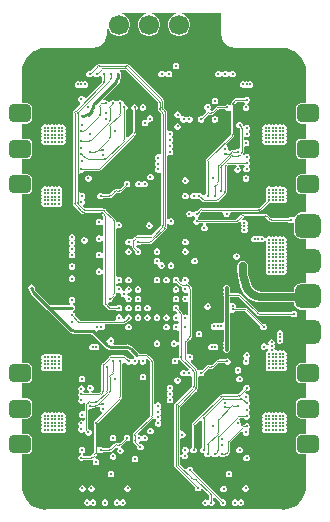
<source format=gbr>
G04*
G04 #@! TF.GenerationSoftware,Altium Limited,Altium Designer,24.8.2 (39)*
G04*
G04 Layer_Physical_Order=5*
G04 Layer_Color=16737945*
%FSLAX25Y25*%
%MOIN*%
G70*
G04*
G04 #@! TF.SameCoordinates,487F02F3-95FA-4862-9DB4-007DCD7F3BB9*
G04*
G04*
G04 #@! TF.FilePolarity,Positive*
G04*
G01*
G75*
%ADD71C,0.00984*%
%ADD72C,0.00394*%
%ADD75C,0.00984*%
%ADD84C,0.02756*%
%ADD85R,0.06693X0.06693*%
%ADD86C,0.06693*%
G04:AMPARAMS|DCode=88|XSize=86.61mil|YSize=78.74mil|CornerRadius=19.68mil|HoleSize=0mil|Usage=FLASHONLY|Rotation=0.000|XOffset=0mil|YOffset=0mil|HoleType=Round|Shape=RoundedRectangle|*
%AMROUNDEDRECTD88*
21,1,0.08661,0.03937,0,0,0.0*
21,1,0.04724,0.07874,0,0,0.0*
1,1,0.03937,0.02362,-0.01968*
1,1,0.03937,-0.02362,-0.01968*
1,1,0.03937,-0.02362,0.01968*
1,1,0.03937,0.02362,0.01968*
%
%ADD88ROUNDEDRECTD88*%
G04:AMPARAMS|DCode=89|XSize=74.8mil|YSize=59.06mil|CornerRadius=14.76mil|HoleSize=0mil|Usage=FLASHONLY|Rotation=0.000|XOffset=0mil|YOffset=0mil|HoleType=Round|Shape=RoundedRectangle|*
%AMROUNDEDRECTD89*
21,1,0.07480,0.02953,0,0,0.0*
21,1,0.04528,0.05906,0,0,0.0*
1,1,0.02953,0.02264,-0.01476*
1,1,0.02953,-0.02264,-0.01476*
1,1,0.02953,-0.02264,0.01476*
1,1,0.02953,0.02264,0.01476*
%
%ADD89ROUNDEDRECTD89*%
%ADD91C,0.01181*%
G36*
X70227Y162205D02*
X70241Y162171D01*
X70392Y161023D01*
X70848Y159921D01*
X71574Y158976D01*
X72520Y158250D01*
X73621Y157794D01*
X74769Y157643D01*
X74803Y157629D01*
X90551D01*
X90624Y157659D01*
X92124Y157511D01*
X93635Y157053D01*
X95029Y156308D01*
X96250Y155305D01*
X97253Y154084D01*
X97997Y152691D01*
X98456Y151179D01*
X98604Y149679D01*
X98573Y149606D01*
Y139210D01*
X96949D01*
X96219Y139065D01*
X95601Y138651D01*
X95187Y138033D01*
X95042Y137303D01*
Y134350D01*
X95187Y133621D01*
X95601Y133002D01*
X96219Y132589D01*
X96949Y132444D01*
X98573D01*
Y127399D01*
X96949D01*
X96219Y127254D01*
X95601Y126840D01*
X95187Y126222D01*
X95042Y125492D01*
Y122539D01*
X95187Y121810D01*
X95601Y121191D01*
X96219Y120778D01*
X96949Y120633D01*
X98573D01*
Y115588D01*
X96949D01*
X96219Y115443D01*
X95601Y115029D01*
X95187Y114411D01*
X95042Y113681D01*
Y110728D01*
X95187Y109999D01*
X95601Y109380D01*
X96219Y108967D01*
X96949Y108822D01*
X98573D01*
Y102802D01*
X96850D01*
X95929Y102619D01*
X95147Y102097D01*
X94625Y101315D01*
X94625Y101314D01*
X94082Y101149D01*
X93984Y101248D01*
X93586Y101412D01*
X93156D01*
X92758Y101248D01*
X92479Y100969D01*
X87382D01*
X86900Y101012D01*
X86900Y101012D01*
Y101012D01*
X86900Y101012D01*
X85919Y101993D01*
X85818Y102035D01*
X85448Y102282D01*
X85011Y102369D01*
X84910Y102411D01*
X77688D01*
X77588Y102369D01*
X77151Y102282D01*
X76783Y102036D01*
X76682Y101995D01*
X76682Y101995D01*
X76681Y101994D01*
X76328Y101641D01*
X75171Y100485D01*
X75068Y100442D01*
X62900D01*
X62621Y100721D01*
X62388Y100818D01*
Y101348D01*
X62621Y101444D01*
X62926Y101749D01*
X63090Y102147D01*
Y102541D01*
X63608Y103059D01*
X63712Y103101D01*
X70640D01*
X70974Y102601D01*
X70965Y102578D01*
Y102147D01*
X71129Y101749D01*
X71434Y101444D01*
X71832Y101279D01*
X72263D01*
X72660Y101444D01*
X72965Y101749D01*
X73130Y102147D01*
Y102578D01*
X73120Y102601D01*
X73454Y103101D01*
X82745D01*
X82845Y103143D01*
X83282Y103230D01*
X83650Y103475D01*
X83752Y103518D01*
X86042Y105807D01*
X86436D01*
X86811Y105963D01*
X87186Y105807D01*
X87617D01*
X87992Y105963D01*
X88367Y105807D01*
X88798D01*
X89173Y105963D01*
X89548Y105807D01*
X89979D01*
X90354Y105963D01*
X90729Y105807D01*
X91160D01*
X91558Y105972D01*
X91863Y106277D01*
X92028Y106674D01*
Y107105D01*
X91872Y107480D01*
X92028Y107855D01*
Y108286D01*
X91872Y108661D01*
X92028Y109037D01*
Y109467D01*
X91872Y109843D01*
X92028Y110218D01*
Y110648D01*
X91863Y111046D01*
X91558Y111351D01*
X91160Y111516D01*
X90729D01*
X90354Y111360D01*
X89979Y111516D01*
X89548D01*
X89173Y111360D01*
X88798Y111516D01*
X88367D01*
X87992Y111360D01*
X87617Y111516D01*
X87186D01*
X86811Y111360D01*
X86436Y111516D01*
X86005D01*
X85607Y111351D01*
X85303Y111046D01*
X85138Y110648D01*
Y110218D01*
X85293Y109843D01*
X85138Y109467D01*
Y109037D01*
X85293Y108661D01*
X85138Y108286D01*
Y107855D01*
X85293Y107480D01*
X85138Y107105D01*
Y106711D01*
X82848Y104422D01*
X82745Y104379D01*
X63712D01*
X63611Y104338D01*
X63174Y104251D01*
X62806Y104005D01*
X62705Y103963D01*
X62705Y103963D01*
X62704Y103963D01*
X62186Y103445D01*
X61792D01*
X61394Y103280D01*
X61090Y102975D01*
X60563D01*
X60259Y103280D01*
X59861Y103445D01*
X59430D01*
X59032Y103280D01*
X58728Y102975D01*
X58563Y102578D01*
Y102147D01*
X58728Y101749D01*
X59032Y101444D01*
X59430Y101279D01*
X59861D01*
X60259Y101444D01*
X60563Y101749D01*
X61090D01*
X61394Y101444D01*
X61628Y101348D01*
Y100818D01*
X61394Y100721D01*
X61090Y100417D01*
X60925Y100019D01*
Y99588D01*
X61090Y99190D01*
X61394Y98885D01*
X61792Y98721D01*
X62223D01*
X62621Y98885D01*
X62900Y99164D01*
X64217D01*
X64316Y98664D01*
X64055Y98556D01*
X63750Y98251D01*
X63585Y97853D01*
Y97422D01*
X63750Y97025D01*
X64055Y96720D01*
X64453Y96555D01*
X64883D01*
X65281Y96720D01*
X65586Y97025D01*
X65751Y97422D01*
Y97853D01*
X65586Y98251D01*
X65281Y98556D01*
X65020Y98664D01*
X65119Y99164D01*
X75068D01*
X75168Y99206D01*
X75605Y99293D01*
X75973Y99538D01*
X76075Y99581D01*
X76547Y100052D01*
X76971Y99769D01*
X76870Y99526D01*
Y99096D01*
X77026Y98721D01*
X76870Y98345D01*
Y97915D01*
X77026Y97539D01*
X76870Y97164D01*
Y96733D01*
X77035Y96336D01*
X77340Y96031D01*
X77737Y95866D01*
X78168D01*
X78566Y96031D01*
X78871Y96336D01*
X79035Y96733D01*
Y97164D01*
X78880Y97539D01*
X79035Y97915D01*
Y98345D01*
X78880Y98721D01*
X79035Y99096D01*
Y99526D01*
X78871Y99924D01*
X78566Y100229D01*
X78168Y100394D01*
X77737D01*
X77495Y100293D01*
X77212Y100717D01*
X77584Y101090D01*
X77688Y101132D01*
X84910D01*
X84923Y101138D01*
X85009Y101102D01*
X85015Y101089D01*
X85996Y100108D01*
X86096Y100066D01*
X86467Y99819D01*
X86904Y99732D01*
X87004Y99690D01*
X92479D01*
X92758Y99412D01*
X93156Y99247D01*
X93586D01*
X93942Y99394D01*
X94157Y99317D01*
X94442Y99162D01*
Y96457D01*
X94625Y95535D01*
X95147Y94754D01*
X95929Y94231D01*
X96850Y94048D01*
X98573D01*
Y79180D01*
X96850D01*
X95929Y78997D01*
X95147Y78475D01*
X94625Y77693D01*
X94442Y76772D01*
Y76413D01*
X83681D01*
X83631Y76403D01*
X82718Y76523D01*
X81820Y76895D01*
X81049Y77486D01*
X80458Y78257D01*
X80095Y79132D01*
X80092Y79198D01*
X79285Y82348D01*
X79269Y82381D01*
X79159Y83218D01*
X79168Y83268D01*
Y84842D01*
X79031Y85534D01*
X78639Y86120D01*
X78053Y86511D01*
X78001Y86522D01*
X77975Y86548D01*
X77578Y86713D01*
X77147D01*
X76749Y86548D01*
X76723Y86522D01*
X76671Y86511D01*
X76085Y86120D01*
X75693Y85534D01*
X75556Y84842D01*
Y83268D01*
X75555D01*
X75696Y81840D01*
X75779Y81568D01*
X75785Y81451D01*
X76592Y78301D01*
X76671Y78137D01*
X76920Y77317D01*
X77596Y76052D01*
X78506Y74943D01*
X79615Y74033D01*
X80880Y73356D01*
X82253Y72940D01*
X83681Y72799D01*
Y72800D01*
X94449D01*
X94625Y71913D01*
X95147Y71132D01*
X95929Y70609D01*
X96850Y70426D01*
X98573D01*
Y52596D01*
X96949D01*
X96219Y52451D01*
X95601Y52037D01*
X95187Y51419D01*
X95042Y50689D01*
Y47736D01*
X95187Y47007D01*
X95601Y46388D01*
X96219Y45975D01*
X96949Y45829D01*
X98573D01*
Y40785D01*
X96949D01*
X96219Y40639D01*
X95601Y40226D01*
X95187Y39608D01*
X95042Y38878D01*
Y35925D01*
X95187Y35195D01*
X95601Y34577D01*
X96219Y34164D01*
X96949Y34018D01*
X98573D01*
Y28974D01*
X96949D01*
X96219Y28828D01*
X95601Y28415D01*
X95187Y27797D01*
X95042Y27067D01*
Y24114D01*
X95187Y23384D01*
X95601Y22766D01*
X96219Y22353D01*
X96949Y22208D01*
X98573D01*
Y11811D01*
X98604Y11738D01*
X98456Y10239D01*
X97997Y8727D01*
X97253Y7333D01*
X96250Y6112D01*
X95029Y5110D01*
X93635Y4365D01*
X92124Y3906D01*
X90624Y3759D01*
X90551Y3789D01*
X11811D01*
X11738Y3759D01*
X10239Y3906D01*
X8727Y4365D01*
X7333Y5110D01*
X6112Y6112D01*
X5110Y7333D01*
X4365Y8727D01*
X3906Y10239D01*
X3759Y11738D01*
X3789Y11811D01*
Y22208D01*
X5413D01*
X6143Y22353D01*
X6762Y22766D01*
X7175Y23384D01*
X7320Y24114D01*
Y27067D01*
X7175Y27797D01*
X6762Y28415D01*
X6143Y28828D01*
X5413Y28974D01*
X3789D01*
Y34018D01*
X5413D01*
X6143Y34164D01*
X6762Y34577D01*
X7175Y35195D01*
X7320Y35925D01*
Y38878D01*
X7175Y39608D01*
X6762Y40226D01*
X6143Y40639D01*
X5413Y40785D01*
X3789D01*
Y45829D01*
X5413D01*
X6143Y45975D01*
X6762Y46388D01*
X7175Y47007D01*
X7320Y47736D01*
Y50689D01*
X7175Y51419D01*
X6762Y52037D01*
X6143Y52451D01*
X5413Y52596D01*
X3789D01*
Y108822D01*
X5413D01*
X6143Y108967D01*
X6762Y109380D01*
X7175Y109999D01*
X7320Y110728D01*
Y113681D01*
X7175Y114411D01*
X6762Y115029D01*
X6143Y115443D01*
X5413Y115588D01*
X3789D01*
Y120633D01*
X5413D01*
X6143Y120778D01*
X6762Y121191D01*
X7175Y121810D01*
X7320Y122539D01*
Y125492D01*
X7175Y126222D01*
X6762Y126840D01*
X6143Y127254D01*
X5413Y127399D01*
X3789D01*
Y132444D01*
X5413D01*
X6143Y132589D01*
X6762Y133002D01*
X7175Y133621D01*
X7320Y134350D01*
Y137303D01*
X7175Y138033D01*
X6762Y138651D01*
X6143Y139065D01*
X5413Y139210D01*
X3789D01*
Y149606D01*
X3759Y149679D01*
X3906Y151179D01*
X4365Y152691D01*
X5110Y154084D01*
X6112Y155305D01*
X7333Y156308D01*
X8727Y157053D01*
X10239Y157511D01*
X11738Y157659D01*
X11811Y157629D01*
X27559D01*
X27593Y157643D01*
X28741Y157794D01*
X29842Y158250D01*
X30788Y158976D01*
X31514Y159921D01*
X31970Y161023D01*
X32121Y162171D01*
X32135Y162205D01*
Y164071D01*
X32635Y164137D01*
X32696Y163911D01*
X33188Y163058D01*
X33885Y162362D01*
X34738Y161869D01*
X35689Y161614D01*
X36674D01*
X37625Y161869D01*
X38478Y162362D01*
X39174Y163058D01*
X39666Y163911D01*
X39921Y164862D01*
Y165847D01*
X39666Y166798D01*
X39174Y167651D01*
X38478Y168347D01*
X37625Y168840D01*
X37252Y168939D01*
X37318Y169439D01*
X45045D01*
X45110Y168939D01*
X44737Y168840D01*
X43885Y168347D01*
X43188Y167651D01*
X42696Y166798D01*
X42441Y165847D01*
Y164862D01*
X42696Y163911D01*
X43188Y163058D01*
X43885Y162362D01*
X44737Y161869D01*
X45689Y161614D01*
X46674D01*
X47625Y161869D01*
X48478Y162362D01*
X49174Y163058D01*
X49666Y163911D01*
X49921Y164862D01*
Y165847D01*
X49666Y166798D01*
X49174Y167651D01*
X48478Y168347D01*
X47625Y168840D01*
X47252Y168939D01*
X47318Y169439D01*
X55045D01*
X55110Y168939D01*
X54738Y168840D01*
X53885Y168347D01*
X53188Y167651D01*
X52696Y166798D01*
X52441Y165847D01*
Y164862D01*
X52696Y163911D01*
X53188Y163058D01*
X53885Y162362D01*
X54738Y161869D01*
X55689Y161614D01*
X56674D01*
X57625Y161869D01*
X58478Y162362D01*
X59174Y163058D01*
X59666Y163911D01*
X59921Y164862D01*
Y165847D01*
X59666Y166798D01*
X59174Y167651D01*
X58478Y168347D01*
X57625Y168840D01*
X57252Y168939D01*
X57318Y169439D01*
X70227D01*
Y162205D01*
D02*
G37*
%LPC*%
G36*
X38650Y152411D02*
X29607D01*
X29507Y152369D01*
X29070Y152282D01*
X28702Y152036D01*
X28601Y151995D01*
X28601Y151995D01*
X28600Y151994D01*
X28247Y151641D01*
X26557Y149951D01*
X26163D01*
X25765Y149786D01*
X25460Y149482D01*
X25295Y149084D01*
Y148653D01*
X25460Y148255D01*
X25765Y147950D01*
X26163Y147786D01*
X26593D01*
X26991Y147950D01*
X27296Y148255D01*
X27823D01*
X28128Y147950D01*
X28526Y147786D01*
X28956D01*
X29354Y147950D01*
X29659Y148255D01*
X30078D01*
X30463Y147870D01*
Y146389D01*
X30468Y146376D01*
X30433Y146290D01*
X30420Y146285D01*
X25145Y141010D01*
X24555Y141127D01*
X24540Y141165D01*
X24235Y141469D01*
X23837Y141634D01*
X23407D01*
X23009Y141469D01*
X22704Y141165D01*
X22539Y140767D01*
Y140336D01*
X22704Y139938D01*
X23009Y139633D01*
X23046Y139618D01*
X23164Y139028D01*
X21234Y137099D01*
X21192Y136997D01*
X20946Y136629D01*
X20859Y136192D01*
X20818Y136091D01*
Y105838D01*
X20859Y105737D01*
X20946Y105300D01*
X21189Y104938D01*
X21232Y104832D01*
X23532Y102532D01*
X23637Y102489D01*
X24001Y102245D01*
X24438Y102158D01*
X24539Y102117D01*
X30382Y102117D01*
X30487Y102073D01*
X30813Y101747D01*
X30826Y101742D01*
X30862Y101655D01*
X30857Y101642D01*
Y100461D01*
X30774Y100413D01*
X30357Y100308D01*
X30141Y100524D01*
X29743Y100689D01*
X29312D01*
X28914Y100524D01*
X28610Y100220D01*
X28445Y99822D01*
Y99391D01*
X28610Y98993D01*
X28914Y98689D01*
X29312Y98524D01*
X29743D01*
X30141Y98689D01*
X30357Y98904D01*
X30774Y98800D01*
X30857Y98751D01*
Y94950D01*
X30774Y94901D01*
X30357Y94796D01*
X30141Y95012D01*
X29743Y95177D01*
X29312D01*
X28914Y95012D01*
X28610Y94708D01*
X28445Y94310D01*
Y93879D01*
X28610Y93481D01*
X28914Y93177D01*
X29312Y93012D01*
X29743D01*
X30141Y93177D01*
X30357Y93393D01*
X30774Y93288D01*
X30857Y93239D01*
Y89438D01*
X30774Y89389D01*
X30357Y89284D01*
X30141Y89500D01*
X29743Y89665D01*
X29312D01*
X28914Y89500D01*
X28610Y89196D01*
X28445Y88798D01*
Y88367D01*
X28610Y87969D01*
X28914Y87665D01*
X29312Y87500D01*
X29743D01*
X30141Y87665D01*
X30357Y87881D01*
X30774Y87776D01*
X30857Y87727D01*
X30857Y83926D01*
X30774Y83877D01*
X30357Y83773D01*
X30141Y83989D01*
X29743Y84153D01*
X29312D01*
X28914Y83989D01*
X28610Y83684D01*
X28445Y83286D01*
Y82855D01*
X28610Y82458D01*
X28914Y82153D01*
X29312Y81988D01*
X29743D01*
X30141Y82153D01*
X30357Y82369D01*
X30774Y82265D01*
X30857Y82216D01*
Y72767D01*
X30898Y72667D01*
X30985Y72229D01*
X31228Y71867D01*
X31271Y71762D01*
X32035Y70998D01*
X32388Y70645D01*
X32388Y70645D01*
X32388Y70645D01*
X32489Y70603D01*
X32859Y70355D01*
X33296Y70269D01*
X33397Y70227D01*
X35329D01*
X35607Y69948D01*
X36005Y69784D01*
X36436D01*
X36834Y69948D01*
X37138Y70253D01*
X37303Y70651D01*
Y71082D01*
X37138Y71479D01*
X36834Y71784D01*
X36436Y71949D01*
X36005D01*
X35607Y71784D01*
X35329Y71505D01*
X33397D01*
X33384Y71500D01*
X33298Y71536D01*
X33292Y71549D01*
X32466Y72375D01*
X32492Y72542D01*
X32855Y72933D01*
X33286D01*
X33684Y73098D01*
X33989Y73403D01*
X34154Y73800D01*
Y74217D01*
X34886Y74975D01*
X34931Y75090D01*
X35156Y75427D01*
X35243Y75864D01*
X35255Y75893D01*
X35337Y75975D01*
X35380Y76004D01*
X35785Y76174D01*
X36005Y76083D01*
X36286D01*
X36545Y75915D01*
X36713Y75656D01*
Y75375D01*
X36877Y74977D01*
X37182Y74673D01*
X37580Y74508D01*
X37861D01*
X38120Y74340D01*
X38287Y74081D01*
Y73800D01*
X38452Y73403D01*
X38757Y73098D01*
X39155Y72933D01*
X39585D01*
X39983Y73098D01*
X40288Y73403D01*
X40453Y73800D01*
Y74231D01*
X40288Y74629D01*
X39983Y74934D01*
X39585Y75098D01*
X39305D01*
X39046Y75266D01*
X38878Y75525D01*
Y75656D01*
X39046Y75915D01*
X39305Y76083D01*
X39585D01*
X39983Y76248D01*
X40288Y76552D01*
X40453Y76950D01*
Y77381D01*
X40288Y77779D01*
X39983Y78083D01*
X39585Y78248D01*
X39155D01*
X38757Y78083D01*
X38452Y77779D01*
X38287Y77381D01*
Y77100D01*
X38120Y76841D01*
X37861Y76673D01*
X37730D01*
X37471Y76841D01*
X37303Y77100D01*
Y77381D01*
X37138Y77779D01*
X36834Y78083D01*
X36436Y78248D01*
X36005D01*
X35785Y78157D01*
X35342Y78385D01*
X35285Y78450D01*
Y79031D01*
X35342Y79096D01*
X35785Y79324D01*
X36005Y79232D01*
X36436D01*
X36834Y79397D01*
X37138Y79702D01*
X37303Y80100D01*
Y80530D01*
X37138Y80928D01*
X36834Y81233D01*
X36436Y81398D01*
X36005D01*
X35785Y81306D01*
X35342Y81534D01*
X35285Y81599D01*
X35285Y97215D01*
X35785Y97549D01*
X35808Y97539D01*
X36239D01*
X36637Y97704D01*
X36941Y98009D01*
X37106Y98407D01*
Y98837D01*
X36941Y99235D01*
X36637Y99540D01*
X36239Y99705D01*
X35808D01*
X35777Y99692D01*
X35696Y99689D01*
X35620Y99703D01*
X35201Y99984D01*
X35156Y100211D01*
X34910Y100580D01*
X34868Y100681D01*
X34868Y100681D01*
X34868Y100682D01*
X34868Y100682D01*
X34518Y101032D01*
X31785Y103765D01*
X31684Y103806D01*
X31314Y104054D01*
X30877Y104141D01*
X30776Y104183D01*
Y104183D01*
X30776Y104183D01*
X30776Y104183D01*
X30293Y104183D01*
X24895Y104183D01*
X24792Y104224D01*
X24193Y104823D01*
X24230Y105309D01*
X24288Y105434D01*
X24540Y105686D01*
X24705Y106084D01*
Y106515D01*
X24561Y106862D01*
X24432Y107350D01*
X24737Y107654D01*
X24902Y108052D01*
Y108483D01*
X24737Y108881D01*
X24432Y109186D01*
X24034Y109350D01*
X23604D01*
X23482Y109300D01*
X22982Y109615D01*
Y115678D01*
X23407Y116043D01*
X23837D01*
X24235Y116208D01*
X24514Y116487D01*
X29005D01*
X29105Y116528D01*
X29542Y116615D01*
X29910Y116861D01*
X30012Y116903D01*
X41208Y128100D01*
X41561Y128452D01*
X41561Y128453D01*
X41561Y128453D01*
X41603Y128554D01*
X41849Y128922D01*
X41936Y129359D01*
X41978Y129460D01*
Y136903D01*
X42256Y137182D01*
X42421Y137580D01*
Y138011D01*
X42256Y138409D01*
X41952Y138713D01*
X41554Y138878D01*
X41123D01*
X40725Y138713D01*
X40421Y138409D01*
X40256Y138011D01*
Y137580D01*
X40421Y137182D01*
X40699Y136903D01*
Y129460D01*
X40705Y129447D01*
X40669Y129361D01*
X40657Y129356D01*
X39093Y127793D01*
X38631Y127984D01*
Y136903D01*
X38910Y137182D01*
X39075Y137580D01*
Y138011D01*
X38910Y138409D01*
X38605Y138713D01*
X38208Y138878D01*
X38159D01*
X37765Y138946D01*
X37697Y139340D01*
Y139389D01*
X37532Y139787D01*
X37227Y140091D01*
X36830Y140256D01*
X36399D01*
X36001Y140091D01*
X35696Y139787D01*
X35172D01*
X34868Y140091D01*
X34470Y140256D01*
X34039D01*
X33641Y140091D01*
X33336Y139787D01*
X33237Y139548D01*
X32710D01*
X32611Y139787D01*
X32306Y140091D01*
X31908Y140256D01*
X31478D01*
X31080Y140091D01*
X31057Y140096D01*
X30894Y140640D01*
X35893Y145639D01*
X35896Y145639D01*
X35899Y145636D01*
X36352Y146227D01*
X36639Y146921D01*
X36737Y147666D01*
X36730D01*
Y148240D01*
X36745Y148255D01*
X36910Y148653D01*
Y149084D01*
X36745Y149482D01*
X36440Y149786D01*
X36298Y149845D01*
X36397Y150345D01*
X38256D01*
X38360Y150303D01*
X49023Y139640D01*
X49035Y139635D01*
X49071Y139549D01*
X49066Y139536D01*
Y137432D01*
X49107Y137332D01*
X49194Y136895D01*
X49447Y136517D01*
X49487Y136420D01*
X50107Y135800D01*
X50118Y135795D01*
X50154Y135710D01*
X50148Y135697D01*
Y122342D01*
X49648Y122067D01*
X49458Y122146D01*
X49027D01*
X48629Y121981D01*
X48324Y121677D01*
X48160Y121279D01*
Y120848D01*
X48324Y120450D01*
X48369Y120405D01*
X48585Y120079D01*
X48369Y119752D01*
X48324Y119708D01*
X48160Y119310D01*
Y118879D01*
X48324Y118481D01*
X48368Y118437D01*
X48588Y118114D01*
X48368Y117784D01*
X48328Y117744D01*
X48164Y117346D01*
Y116915D01*
X48328Y116517D01*
X48633Y116212D01*
X49031Y116048D01*
X49462D01*
X49648Y116125D01*
X50148Y115848D01*
Y98487D01*
X50106Y98383D01*
X46892Y95170D01*
X46789Y95127D01*
X42255D01*
X42155Y95086D01*
X41718Y94999D01*
X41349Y94753D01*
X41249Y94711D01*
X41249Y94711D01*
X41247Y94711D01*
X40723Y94186D01*
X40680Y94084D01*
X40583Y93938D01*
X39997Y93831D01*
X39962Y93840D01*
X39585Y93996D01*
X39155D01*
X38757Y93831D01*
X38452Y93527D01*
X38287Y93129D01*
Y92698D01*
X38452Y92300D01*
X38757Y91996D01*
X39155Y91831D01*
X39585D01*
X39806Y91922D01*
X40276Y91680D01*
X40318Y91634D01*
X40347Y91564D01*
X40434Y91127D01*
X40680Y90759D01*
X40723Y90657D01*
X41437Y89942D01*
Y89548D01*
X41602Y89151D01*
X41906Y88846D01*
X42304Y88681D01*
X42735D01*
X43133Y88846D01*
X43437Y89151D01*
X43602Y89548D01*
Y89979D01*
X43437Y90377D01*
X43133Y90682D01*
X42735Y90847D01*
X42341D01*
X41915Y91273D01*
X41941Y91440D01*
X42304Y91831D01*
X42735D01*
X43133Y91996D01*
X43412Y92274D01*
X46327D01*
X46428Y92316D01*
X46865Y92403D01*
X47233Y92649D01*
X47335Y92691D01*
X51445Y96800D01*
X51797Y97153D01*
X51798Y97154D01*
X51798Y97154D01*
X51839Y97255D01*
X52085Y97623D01*
X52172Y98060D01*
X52214Y98161D01*
Y98948D01*
X52297Y98997D01*
X52714Y99101D01*
X52930Y98885D01*
X53328Y98721D01*
X53759D01*
X54157Y98885D01*
X54461Y99190D01*
X54626Y99588D01*
Y100019D01*
X54461Y100416D01*
X54157Y100721D01*
X53759Y100886D01*
X53328D01*
X52930Y100721D01*
X52714Y100505D01*
X52297Y100609D01*
X52214Y100658D01*
X52214Y121753D01*
X52714Y122028D01*
X52904Y121949D01*
X53335D01*
X53733Y122114D01*
X54037Y122418D01*
X54202Y122816D01*
Y123247D01*
X54037Y123645D01*
X53993Y123689D01*
X53777Y124016D01*
X53993Y124342D01*
X54038Y124387D01*
X54203Y124784D01*
Y125215D01*
X54038Y125613D01*
X53993Y125658D01*
X53777Y125984D01*
X53993Y126311D01*
X54038Y126356D01*
X54203Y126753D01*
Y127184D01*
X54038Y127582D01*
X53994Y127626D01*
X53777Y127953D01*
X53994Y128279D01*
X54038Y128323D01*
X54203Y128721D01*
Y129152D01*
X54038Y129550D01*
X53733Y129855D01*
X53335Y130019D01*
X52905D01*
X52714Y129940D01*
X52214Y130215D01*
Y135564D01*
X52214Y136053D01*
X52214Y136053D01*
X52214Y136053D01*
X52214D01*
X52172Y136154D01*
X52085Y136591D01*
X51841Y136957D01*
X51798Y137060D01*
X51798Y137060D01*
X51178Y137680D01*
X51178Y137680D01*
X51178D01*
X51174Y137691D01*
X51131Y138165D01*
Y139930D01*
X51090Y140030D01*
X51003Y140467D01*
X50757Y140836D01*
X50715Y140936D01*
X50715Y140936D01*
X50714Y140937D01*
X50714Y140938D01*
X50370Y141282D01*
X40011Y151641D01*
X39658Y151994D01*
Y151994D01*
X39657Y151995D01*
X39657D01*
X39657Y151995D01*
X39556Y152036D01*
X39188Y152282D01*
X38751Y152369D01*
X38650Y152411D01*
D02*
G37*
G36*
X55334Y152657D02*
X54903D01*
X54505Y152493D01*
X54200Y152188D01*
X54035Y151790D01*
Y151359D01*
X54200Y150961D01*
X54505Y150657D01*
X54903Y150492D01*
X55334D01*
X55731Y150657D01*
X56036Y150961D01*
X56201Y151359D01*
Y151790D01*
X56036Y152188D01*
X55731Y152493D01*
X55334Y152657D01*
D02*
G37*
G36*
X74231Y149951D02*
X73801D01*
X73403Y149786D01*
X73098Y149482D01*
X72571D01*
X72266Y149786D01*
X71868Y149951D01*
X71438D01*
X71040Y149786D01*
X70735Y149482D01*
X70209D01*
X69904Y149786D01*
X69507Y149951D01*
X69076D01*
X68678Y149786D01*
X68373Y149482D01*
X68208Y149084D01*
Y148653D01*
X68373Y148255D01*
X68678Y147950D01*
X69076Y147786D01*
X69507D01*
X69904Y147950D01*
X70209Y148255D01*
X70735D01*
X71040Y147950D01*
X71438Y147786D01*
X71868D01*
X72266Y147950D01*
X72571Y148255D01*
X73098D01*
X73403Y147950D01*
X73801Y147786D01*
X74231D01*
X74629Y147950D01*
X74934Y148255D01*
X75099Y148653D01*
Y149084D01*
X74934Y149482D01*
X74629Y149786D01*
X74231Y149951D01*
D02*
G37*
G36*
X52971D02*
X52540D01*
X52142Y149786D01*
X51838Y149482D01*
X51311D01*
X51007Y149786D01*
X50609Y149951D01*
X50178D01*
X49780Y149786D01*
X49476Y149482D01*
X49311Y149084D01*
Y148653D01*
X49476Y148255D01*
X49780Y147950D01*
X50178Y147786D01*
X50609D01*
X51007Y147950D01*
X51311Y148255D01*
X51838D01*
X52142Y147950D01*
X52540Y147786D01*
X52971D01*
X53369Y147950D01*
X53673Y148255D01*
X53838Y148653D01*
Y149084D01*
X53673Y149482D01*
X53369Y149786D01*
X52971Y149951D01*
D02*
G37*
G36*
X25019Y146555D02*
X24588D01*
X24213Y146400D01*
X23837Y146555D01*
X23407D01*
X23031Y146400D01*
X22656Y146555D01*
X22226D01*
X21828Y146390D01*
X21523Y146086D01*
X21358Y145688D01*
Y145257D01*
X21523Y144859D01*
X21828Y144555D01*
X22226Y144390D01*
X22656D01*
X23031Y144545D01*
X23407Y144390D01*
X23837D01*
X24213Y144545D01*
X24588Y144390D01*
X25019D01*
X25416Y144555D01*
X25721Y144859D01*
X25886Y145257D01*
Y145688D01*
X25721Y146086D01*
X25416Y146390D01*
X25019Y146555D01*
D02*
G37*
G36*
X80137D02*
X79706D01*
X79331Y146400D01*
X78956Y146555D01*
X78525D01*
X78150Y146400D01*
X77774Y146555D01*
X77344D01*
X76946Y146390D01*
X76641Y146086D01*
X76476Y145688D01*
Y145257D01*
X76641Y144859D01*
X76946Y144555D01*
X77344Y144390D01*
X77774D01*
X78150Y144545D01*
X78525Y144390D01*
X78956D01*
X79331Y144545D01*
X79706Y144390D01*
X80137D01*
X80534Y144555D01*
X80839Y144859D01*
X81004Y145257D01*
Y145688D01*
X80839Y146086D01*
X80534Y146390D01*
X80137Y146555D01*
D02*
G37*
G36*
X78956Y141437D02*
X78525D01*
X78127Y141272D01*
X77848Y140993D01*
X75523D01*
X75422Y140952D01*
X74985Y140865D01*
X74617Y140619D01*
X74516Y140577D01*
X74516Y140577D01*
X74515Y140577D01*
X74163Y140224D01*
X73793Y139855D01*
X73751Y139753D01*
X73505Y139385D01*
X73418Y138948D01*
X73410Y138927D01*
X73047Y138770D01*
X72877Y138730D01*
X72518Y138878D01*
X72088D01*
X71690Y138713D01*
X71411Y138435D01*
X69421D01*
X69320Y138393D01*
X68883Y138306D01*
X68515Y138060D01*
X68414Y138018D01*
X68414Y138018D01*
X68413Y138018D01*
X68060Y137665D01*
X67100Y136705D01*
X67010Y136668D01*
X66702Y136767D01*
X66574Y137287D01*
X66666Y137379D01*
X66831Y137777D01*
Y138207D01*
X66666Y138605D01*
X66361Y138910D01*
X65963Y139075D01*
X65533D01*
X65135Y138910D01*
X64830Y138605D01*
X64665Y138207D01*
Y137777D01*
X64830Y137379D01*
X65135Y137074D01*
X65210Y137043D01*
X65304Y136515D01*
X65067Y136247D01*
X65066Y136246D01*
X64714Y135893D01*
X63761Y134941D01*
X63367D01*
X62969Y134776D01*
X62665Y134471D01*
X62500Y134074D01*
Y133643D01*
X62665Y133245D01*
X62969Y132940D01*
X63367Y132776D01*
X63798D01*
X64196Y132940D01*
X64500Y133245D01*
X64665Y133643D01*
Y134037D01*
X65970Y135342D01*
X66074Y135384D01*
X66997D01*
X67097Y135426D01*
X67534Y135513D01*
X67902Y135759D01*
X68004Y135801D01*
X69317Y137114D01*
X69421Y137156D01*
X71411D01*
X71690Y136877D01*
X72088Y136713D01*
X72518D01*
X72877Y136861D01*
X73083Y136788D01*
X73377Y136630D01*
Y128869D01*
X73382Y128857D01*
X73346Y128771D01*
X73334Y128766D01*
X65526Y120957D01*
X65483Y120855D01*
X65237Y120487D01*
X65150Y120050D01*
X65109Y119949D01*
Y109160D01*
X64830Y108881D01*
X64733Y108646D01*
X64288Y108423D01*
X64165Y108404D01*
X64075Y108458D01*
Y108483D01*
X63910Y108881D01*
X63605Y109186D01*
X63208Y109350D01*
X62777D01*
X62379Y109186D01*
X62335Y109141D01*
X62008Y108925D01*
X61681Y109141D01*
X61637Y109186D01*
X61239Y109350D01*
X60808D01*
X60410Y109186D01*
X60106Y108881D01*
X59941Y108483D01*
Y108052D01*
X60106Y107654D01*
X60410Y107350D01*
X60808Y107185D01*
X61239D01*
X61637Y107350D01*
X61681Y107394D01*
X62008Y107610D01*
X62335Y107394D01*
X62379Y107350D01*
X62777Y107185D01*
X63171D01*
X63688Y106667D01*
X63790Y106625D01*
X64159Y106379D01*
X64596Y106292D01*
X64696Y106251D01*
X68572D01*
X68672Y106292D01*
X69109Y106379D01*
X69477Y106625D01*
X69579Y106667D01*
X71326Y108415D01*
X71679Y108767D01*
X71680Y108768D01*
X71680Y108768D01*
X71721Y108869D01*
X71967Y109237D01*
X72054Y109674D01*
X72096Y109775D01*
Y117981D01*
X72138Y118085D01*
X72663Y118610D01*
X72767Y118652D01*
X75303D01*
X75402Y118152D01*
X75141Y118044D01*
X74836Y117739D01*
X74672Y117341D01*
Y116911D01*
X74836Y116513D01*
X75141Y116208D01*
X75539Y116043D01*
X75969D01*
X76367Y116208D01*
X76672Y116513D01*
X76837Y116911D01*
Y117341D01*
X76672Y117739D01*
X76367Y118044D01*
X76106Y118152D01*
X76205Y118652D01*
X77768D01*
X78030Y118228D01*
X77867Y117980D01*
X77822Y117936D01*
X77658Y117538D01*
Y117107D01*
X77822Y116709D01*
X78127Y116405D01*
X78525Y116240D01*
X78956D01*
X79353Y116405D01*
X79658Y116709D01*
X79823Y117107D01*
Y117538D01*
X79658Y117936D01*
X79614Y117980D01*
X79397Y118307D01*
X79614Y118634D01*
X79658Y118678D01*
X79823Y119076D01*
Y119507D01*
X79658Y119905D01*
X79614Y119949D01*
X79397Y120276D01*
X79614Y120602D01*
X79658Y120647D01*
X79823Y121045D01*
Y121475D01*
X79658Y121873D01*
X79353Y122178D01*
X78956Y122343D01*
X78525D01*
X78127Y122178D01*
X77957Y122008D01*
X77604Y122249D01*
D01*
X77544Y122290D01*
X77559Y122365D01*
X77631Y122727D01*
X77673Y122828D01*
Y124670D01*
X78173Y124966D01*
X78328Y124902D01*
X78759D01*
X79157Y125066D01*
X79461Y125371D01*
X79626Y125769D01*
Y126200D01*
X79461Y126597D01*
X79157Y126902D01*
X78759Y127067D01*
X78328D01*
X78173Y127003D01*
X77673Y127298D01*
Y127766D01*
X77946Y127918D01*
X78173Y128000D01*
X78525Y127854D01*
X78956D01*
X79353Y128019D01*
X79658Y128324D01*
X79823Y128722D01*
Y129152D01*
X79658Y129550D01*
X79614Y129595D01*
X79397Y129921D01*
X79614Y130248D01*
X79658Y130292D01*
X79823Y130690D01*
Y131121D01*
X79658Y131519D01*
X79353Y131823D01*
X78956Y131988D01*
X78525D01*
X78127Y131823D01*
X77970Y131667D01*
X77912Y131660D01*
X77461Y131853D01*
Y132105D01*
X77296Y132503D01*
X76991Y132808D01*
X76593Y132972D01*
X76163D01*
X75765Y132808D01*
X75460Y132503D01*
X75295Y132105D01*
Y131674D01*
X75460Y131277D01*
X75765Y130972D01*
X76163Y130807D01*
X76394D01*
X76394Y124479D01*
X76024Y124161D01*
X75894Y124114D01*
X75539D01*
X75141Y123949D01*
X74862Y123671D01*
X74145D01*
X74044Y123629D01*
X73607Y123542D01*
X73239Y123296D01*
X73138Y123254D01*
X73138Y123254D01*
X73137Y123254D01*
X73131Y123247D01*
X72820Y123299D01*
X72539Y123800D01*
Y124231D01*
X72374Y124629D01*
X72070Y124934D01*
X72033Y124949D01*
X71915Y125539D01*
X73886Y127509D01*
X74238Y127862D01*
X74239Y127863D01*
X74239Y127863D01*
X74280Y127964D01*
X74526Y128332D01*
X74613Y128769D01*
X74655Y128869D01*
Y138847D01*
X74697Y138951D01*
X75419Y139673D01*
X75523Y139715D01*
X77848D01*
X78127Y139436D01*
X78298Y139366D01*
X78312Y139129D01*
X78248Y138845D01*
X77930Y138713D01*
X77626Y138409D01*
X77461Y138011D01*
Y137580D01*
X77626Y137182D01*
X77930Y136877D01*
X78328Y136713D01*
X78759D01*
X79157Y136877D01*
X79461Y137182D01*
X79626Y137580D01*
Y138011D01*
X79461Y138409D01*
X79157Y138713D01*
X78985Y138784D01*
X78971Y139020D01*
X79035Y139305D01*
X79353Y139436D01*
X79658Y139741D01*
X79823Y140139D01*
Y140570D01*
X79658Y140968D01*
X79353Y141272D01*
X78956Y141437D01*
D02*
G37*
G36*
X68326Y141043D02*
X67895D01*
X67497Y140878D01*
X67192Y140574D01*
X67028Y140176D01*
Y139745D01*
X67192Y139347D01*
X67497Y139043D01*
X67895Y138878D01*
X68326D01*
X68723Y139043D01*
X69028Y139347D01*
X69193Y139745D01*
Y140176D01*
X69028Y140574D01*
X68723Y140878D01*
X68326Y141043D01*
D02*
G37*
G36*
X44310Y138878D02*
X43879D01*
X43481Y138713D01*
X43177Y138409D01*
X43012Y138011D01*
Y137580D01*
X43177Y137182D01*
X43481Y136877D01*
X43879Y136713D01*
X44310D01*
X44708Y136877D01*
X45012Y137182D01*
X45177Y137580D01*
Y138011D01*
X45012Y138409D01*
X44708Y138713D01*
X44310Y138878D01*
D02*
G37*
G36*
X68326Y134941D02*
X67895D01*
X67497Y134776D01*
X67192Y134471D01*
X67028Y134074D01*
Y133643D01*
X67192Y133245D01*
X67497Y132940D01*
X67895Y132776D01*
X68326D01*
X68723Y132940D01*
X69028Y133245D01*
X69193Y133643D01*
Y134074D01*
X69028Y134471D01*
X68723Y134776D01*
X68326Y134941D01*
D02*
G37*
G36*
X55924Y136516D02*
X55493D01*
X55095Y136351D01*
X54791Y136046D01*
X54626Y135648D01*
Y135218D01*
X54791Y134820D01*
X55095Y134515D01*
X55493Y134350D01*
X55924D01*
X56218Y134472D01*
X56532Y134252D01*
X56622Y134139D01*
X56595Y134074D01*
Y133643D01*
X56759Y133245D01*
X57064Y132940D01*
X57462Y132776D01*
X57893D01*
X58290Y132940D01*
X58335Y132985D01*
X58661Y133201D01*
X58988Y132985D01*
X59032Y132940D01*
X59430Y132776D01*
X59861D01*
X60259Y132940D01*
X60563Y133245D01*
X60728Y133643D01*
Y134074D01*
X60563Y134471D01*
X60259Y134776D01*
X59861Y134941D01*
X59430D01*
X59032Y134776D01*
X58988Y134732D01*
X58661Y134516D01*
X58335Y134732D01*
X58290Y134776D01*
X57893Y134941D01*
X57462D01*
X57167Y134819D01*
X56854Y135040D01*
X56764Y135152D01*
X56791Y135218D01*
Y135648D01*
X56626Y136046D01*
X56322Y136351D01*
X55924Y136516D01*
D02*
G37*
G36*
X91160Y132185D02*
X90729D01*
X90354Y132030D01*
X89979Y132185D01*
X89548D01*
X89173Y132030D01*
X88798Y132185D01*
X88367D01*
X87992Y132030D01*
X87617Y132185D01*
X87186D01*
X86811Y132030D01*
X86436Y132185D01*
X86005D01*
X85630Y132030D01*
X85255Y132185D01*
X84824D01*
X84426Y132020D01*
X84122Y131716D01*
X83957Y131318D01*
Y130887D01*
X84112Y130512D01*
X83957Y130137D01*
Y129706D01*
X84112Y129331D01*
X83957Y128955D01*
Y128525D01*
X84112Y128150D01*
X83957Y127774D01*
Y127344D01*
X84112Y126969D01*
X83957Y126593D01*
Y126163D01*
X84122Y125765D01*
X84426Y125460D01*
X84824Y125295D01*
X85255D01*
X85630Y125451D01*
X86005Y125295D01*
X86436D01*
X86811Y125451D01*
X87186Y125295D01*
X87617D01*
X87992Y125451D01*
X88367Y125295D01*
X88798D01*
X89173Y125451D01*
X89548Y125295D01*
X89979D01*
X90354Y125451D01*
X90729Y125295D01*
X91160D01*
X91558Y125460D01*
X91863Y125765D01*
X92028Y126163D01*
Y126593D01*
X91872Y126969D01*
X92028Y127344D01*
Y127774D01*
X91872Y128150D01*
X92028Y128525D01*
Y128955D01*
X91872Y129331D01*
X92028Y129706D01*
Y130137D01*
X91872Y130512D01*
X92028Y130887D01*
Y131318D01*
X91863Y131716D01*
X91558Y132020D01*
X91160Y132185D01*
D02*
G37*
G36*
X17538Y132185D02*
X17108D01*
X16732Y132030D01*
X16357Y132185D01*
X15926D01*
X15551Y132030D01*
X15176Y132185D01*
X14745D01*
X14370Y132030D01*
X13995Y132185D01*
X13564D01*
X13189Y132030D01*
X12814Y132185D01*
X12383D01*
X12008Y132030D01*
X11633Y132185D01*
X11202D01*
X10804Y132020D01*
X10499Y131716D01*
X10335Y131318D01*
Y130887D01*
X10490Y130512D01*
X10335Y130137D01*
Y129706D01*
X10490Y129331D01*
X10335Y128955D01*
Y128525D01*
X10490Y128150D01*
X10335Y127774D01*
Y127344D01*
X10490Y126969D01*
X10335Y126593D01*
Y126163D01*
X10499Y125765D01*
X10804Y125460D01*
X11202Y125295D01*
X11633D01*
X12008Y125451D01*
X12383Y125295D01*
X12814D01*
X13189Y125451D01*
X13564Y125295D01*
X13995D01*
X14370Y125451D01*
X14745Y125295D01*
X15176D01*
X15551Y125451D01*
X15926Y125295D01*
X16357D01*
X16732Y125451D01*
X17108Y125295D01*
X17538D01*
X17936Y125460D01*
X18241Y125765D01*
X18406Y126163D01*
Y126593D01*
X18250Y126969D01*
X18406Y127344D01*
Y127774D01*
X18250Y128150D01*
X18406Y128525D01*
Y128955D01*
X18250Y129331D01*
X18406Y129706D01*
Y130137D01*
X18250Y130512D01*
X18406Y130887D01*
Y131318D01*
X18241Y131716D01*
X17936Y132020D01*
X17538Y132185D01*
D02*
G37*
G36*
X46672Y135138D02*
X46241D01*
X45843Y134973D01*
X45539Y134668D01*
X45374Y134271D01*
Y134064D01*
X45170Y133750D01*
X44916Y133638D01*
X44666D01*
X44269Y133473D01*
X43964Y133168D01*
X43799Y132771D01*
Y132340D01*
X43964Y131942D01*
X44269Y131637D01*
X44666Y131473D01*
X45097D01*
X45495Y131637D01*
X45800Y131942D01*
X45965Y132340D01*
Y132546D01*
X46169Y132861D01*
X46422Y132973D01*
X46672D01*
X47070Y133137D01*
X47374Y133442D01*
X47539Y133840D01*
Y134271D01*
X47374Y134668D01*
X47070Y134973D01*
X46672Y135138D01*
D02*
G37*
G36*
X55924Y132579D02*
X55493D01*
X55095Y132414D01*
X54791Y132109D01*
X54626Y131711D01*
Y131281D01*
X54791Y130883D01*
X55095Y130578D01*
X55493Y130413D01*
X55924D01*
X56322Y130578D01*
X56626Y130883D01*
X56791Y131281D01*
Y131711D01*
X56626Y132109D01*
X56322Y132414D01*
X55924Y132579D01*
D02*
G37*
G36*
X46869Y115650D02*
X46438D01*
X46040Y115485D01*
X45736Y115180D01*
X45571Y114782D01*
Y114352D01*
X45736Y113954D01*
X46040Y113649D01*
X46438Y113484D01*
X46869D01*
X47267Y113649D01*
X47571Y113954D01*
X47736Y114352D01*
Y114782D01*
X47571Y115180D01*
X47267Y115485D01*
X46869Y115650D01*
D02*
G37*
G36*
X78759Y115256D02*
X78328D01*
X77930Y115091D01*
X77626Y114787D01*
X77461Y114389D01*
Y113958D01*
X77626Y113560D01*
X77930Y113255D01*
X78328Y113091D01*
X78759D01*
X79157Y113255D01*
X79461Y113560D01*
X79626Y113958D01*
Y114389D01*
X79461Y114787D01*
X79157Y115091D01*
X78759Y115256D01*
D02*
G37*
G36*
X26200D02*
X25769D01*
X25371Y115091D01*
X25066Y114787D01*
X24902Y114389D01*
Y113958D01*
X25066Y113560D01*
X25371Y113255D01*
X25769Y113091D01*
X26200D01*
X26597Y113255D01*
X26902Y113560D01*
X27067Y113958D01*
Y114389D01*
X26902Y114787D01*
X26597Y115091D01*
X26200Y115256D01*
D02*
G37*
G36*
X44900Y113287D02*
X44470D01*
X44072Y113123D01*
X44027Y113078D01*
X43701Y112862D01*
X43374Y113078D01*
X43330Y113123D01*
X42932Y113287D01*
X42501D01*
X42103Y113123D01*
X41799Y112818D01*
X41634Y112420D01*
Y111989D01*
X41799Y111591D01*
X42103Y111287D01*
X42501Y111122D01*
X42932D01*
X43330Y111287D01*
X43374Y111331D01*
X43701Y111548D01*
X44027Y111331D01*
X44072Y111287D01*
X44470Y111122D01*
X44900D01*
X45298Y111287D01*
X45603Y111591D01*
X45768Y111989D01*
Y112420D01*
X45603Y112818D01*
X45298Y113123D01*
X44900Y113287D01*
D02*
G37*
G36*
X58483Y114469D02*
X58052D01*
X57654Y114304D01*
X57350Y113999D01*
X57185Y113601D01*
Y113171D01*
X57350Y112773D01*
X57654Y112468D01*
X58052Y112303D01*
X58483D01*
X58881Y112468D01*
X59186Y112773D01*
X59350Y113171D01*
Y113601D01*
X59186Y113999D01*
X58881Y114304D01*
X58483Y114469D01*
D02*
G37*
G36*
X16357Y111516D02*
X15926D01*
X15551Y111360D01*
X15176Y111516D01*
X14745D01*
X14370Y111360D01*
X13995Y111516D01*
X13564D01*
X13189Y111360D01*
X12814Y111516D01*
X12383D01*
X12008Y111360D01*
X11633Y111516D01*
X11202D01*
X10804Y111351D01*
X10499Y111046D01*
X10335Y110648D01*
Y110218D01*
X10490Y109843D01*
X10335Y109467D01*
Y109037D01*
X10490Y108661D01*
X10335Y108286D01*
Y107855D01*
X10490Y107480D01*
X10335Y107105D01*
Y106674D01*
X10490Y106299D01*
X10335Y105924D01*
Y105493D01*
X10499Y105095D01*
X10804Y104791D01*
X11202Y104626D01*
X11633D01*
X12008Y104781D01*
X12383Y104626D01*
X12814D01*
X13189Y104781D01*
X13564Y104626D01*
X13995D01*
X14370Y104781D01*
X14745Y104626D01*
X15176D01*
X15551Y104781D01*
X15926Y104626D01*
X16357D01*
X16755Y104791D01*
X17060Y105095D01*
X17224Y105493D01*
Y105924D01*
X17069Y106299D01*
X17224Y106674D01*
Y107105D01*
X17069Y107480D01*
X17224Y107855D01*
Y108286D01*
X17069Y108661D01*
X17224Y109037D01*
Y109467D01*
X17069Y109843D01*
X17224Y110218D01*
Y110648D01*
X17060Y111046D01*
X16755Y111351D01*
X16357Y111516D01*
D02*
G37*
G36*
X38995Y113287D02*
X38564D01*
X38166Y113123D01*
X37862Y112818D01*
X37697Y112420D01*
Y112026D01*
X36392Y110721D01*
X36288Y110679D01*
X35366D01*
X35265Y110637D01*
X34828Y110550D01*
X34460Y110304D01*
X34359Y110262D01*
X34359Y110262D01*
X34358Y110262D01*
X34005Y109909D01*
X33045Y108949D01*
X32941Y108907D01*
X30951D01*
X30672Y109186D01*
X30274Y109350D01*
X29844D01*
X29446Y109186D01*
X29141Y108881D01*
X28976Y108483D01*
Y108052D01*
X29141Y107654D01*
X29446Y107350D01*
X29844Y107185D01*
X30274D01*
X30672Y107350D01*
X30951Y107629D01*
X32942D01*
X33042Y107670D01*
X33479Y107757D01*
X33847Y108003D01*
X33949Y108045D01*
X35262Y109358D01*
X35366Y109400D01*
X36288D01*
X36389Y109442D01*
X36826Y109529D01*
X37194Y109775D01*
X37296Y109817D01*
X38601Y111122D01*
X38995D01*
X39393Y111287D01*
X39697Y111591D01*
X39862Y111989D01*
Y112420D01*
X39697Y112818D01*
X39393Y113123D01*
X38995Y113287D01*
D02*
G37*
G36*
X58483Y109350D02*
X58052D01*
X57654Y109186D01*
X57350Y108881D01*
X57185Y108483D01*
Y108052D01*
X57350Y107654D01*
X57654Y107350D01*
X58052Y107185D01*
X58483D01*
X58881Y107350D01*
X59186Y107654D01*
X59350Y108052D01*
Y108483D01*
X59186Y108881D01*
X58881Y109186D01*
X58483Y109350D01*
D02*
G37*
G36*
X46475Y99508D02*
X46044D01*
X45647Y99343D01*
X45342Y99038D01*
X45177Y98641D01*
Y98210D01*
X45342Y97812D01*
X45647Y97507D01*
X46044Y97342D01*
X46475D01*
X46873Y97507D01*
X47178Y97812D01*
X47343Y98210D01*
Y98641D01*
X47178Y99038D01*
X46873Y99343D01*
X46475Y99508D01*
D02*
G37*
G36*
X83916Y95079D02*
X83485D01*
X83110Y94923D01*
X82735Y95079D01*
X82304D01*
X81929Y94923D01*
X81554Y95079D01*
X81123D01*
X80725Y94914D01*
X80421Y94609D01*
X80256Y94212D01*
Y93781D01*
X80421Y93383D01*
X80725Y93078D01*
X81123Y92913D01*
X81554D01*
X81929Y93069D01*
X82304Y92913D01*
X82735D01*
X83110Y93069D01*
X83485Y92913D01*
X83916D01*
X84314Y93078D01*
X84528Y93292D01*
X84941Y93273D01*
X85093Y93222D01*
X85226Y92949D01*
X85138Y92735D01*
Y92304D01*
X85293Y91929D01*
X85138Y91554D01*
Y91123D01*
X85293Y90748D01*
X85138Y90373D01*
Y89942D01*
X85293Y89567D01*
X85138Y89192D01*
Y88761D01*
X85293Y88386D01*
X85138Y88011D01*
Y87580D01*
X85293Y87205D01*
X85138Y86830D01*
Y86399D01*
X85293Y86024D01*
X85138Y85648D01*
Y85218D01*
X85293Y84842D01*
X85138Y84467D01*
Y84037D01*
X85293Y83661D01*
X85138Y83286D01*
Y82855D01*
X85303Y82458D01*
X85607Y82153D01*
X86005Y81988D01*
X86436D01*
X86811Y82144D01*
X87186Y81988D01*
X87617D01*
X87992Y82144D01*
X88367Y81988D01*
X88798D01*
X89173Y82144D01*
X89548Y81988D01*
X89979D01*
X90354Y82144D01*
X90729Y81988D01*
X91160D01*
X91558Y82153D01*
X91863Y82458D01*
X92027Y82855D01*
Y83286D01*
X91872Y83661D01*
X92027Y84037D01*
Y84467D01*
X91872Y84842D01*
X92027Y85218D01*
Y85648D01*
X91872Y86024D01*
X92027Y86399D01*
Y86830D01*
X91872Y87205D01*
X92027Y87580D01*
Y88011D01*
X91872Y88386D01*
X92027Y88761D01*
Y89192D01*
X91872Y89567D01*
X92027Y89942D01*
Y90373D01*
X91872Y90748D01*
X92027Y91123D01*
Y91554D01*
X91872Y91929D01*
X92027Y92304D01*
Y92735D01*
X91872Y93110D01*
X92027Y93485D01*
Y93916D01*
X91863Y94314D01*
X91558Y94619D01*
X91160Y94784D01*
X90729D01*
X90354Y94628D01*
X89979Y94784D01*
X89548D01*
X89173Y94628D01*
X88798Y94784D01*
X88367D01*
X87992Y94628D01*
X87617Y94784D01*
X87186D01*
X86811Y94628D01*
X86436Y94784D01*
X86005D01*
X85607Y94619D01*
X85303Y94314D01*
X85272Y94239D01*
X85028Y94226D01*
X84751Y94289D01*
X84619Y94609D01*
X84314Y94914D01*
X83916Y95079D01*
D02*
G37*
G36*
X24822Y94587D02*
X24391D01*
X23993Y94422D01*
X23688Y94117D01*
X23524Y93719D01*
Y93289D01*
X23688Y92891D01*
X23993Y92586D01*
X24391Y92421D01*
X24822D01*
X25220Y92586D01*
X25524Y92891D01*
X25689Y93289D01*
Y93719D01*
X25524Y94117D01*
X25220Y94422D01*
X24822Y94587D01*
D02*
G37*
G36*
X58483Y93996D02*
X58053D01*
X57655Y93831D01*
X57350Y93526D01*
X57185Y93129D01*
Y92698D01*
X57350Y92300D01*
X57655Y91995D01*
X58053Y91830D01*
X58483D01*
X58881Y91995D01*
X59186Y92300D01*
X59351Y92698D01*
Y93129D01*
X59186Y93526D01*
X58881Y93831D01*
X58483Y93996D01*
D02*
G37*
G36*
Y90847D02*
X58053D01*
X57655Y90682D01*
X57350Y90377D01*
X57185Y89979D01*
Y89549D01*
X57350Y89151D01*
X57655Y88846D01*
X58053Y88682D01*
X58483D01*
X58881Y88846D01*
X59186Y89151D01*
X59351Y89549D01*
Y89979D01*
X59186Y90377D01*
X58881Y90682D01*
X58483Y90847D01*
D02*
G37*
G36*
X49034Y90847D02*
X48603D01*
X48206Y90682D01*
X47901Y90377D01*
X47736Y89979D01*
Y89548D01*
X47901Y89151D01*
X48206Y88846D01*
X48603Y88681D01*
X49034D01*
X49432Y88846D01*
X49737Y89151D01*
X49902Y89548D01*
Y89979D01*
X49737Y90377D01*
X49432Y90682D01*
X49034Y90847D01*
D02*
G37*
G36*
X39585D02*
X39155D01*
X38757Y90682D01*
X38452Y90377D01*
X38287Y89979D01*
Y89548D01*
X38452Y89151D01*
X38757Y88846D01*
X39155Y88681D01*
X39585D01*
X39983Y88846D01*
X40288Y89151D01*
X40453Y89548D01*
Y89979D01*
X40288Y90377D01*
X39983Y90682D01*
X39585Y90847D01*
D02*
G37*
G36*
X20688Y95571D02*
X20257D01*
X19859Y95406D01*
X19555Y95101D01*
X19390Y94704D01*
Y94273D01*
X19555Y93875D01*
X19827Y93602D01*
X19555Y93330D01*
X19390Y92932D01*
Y92501D01*
X19555Y92103D01*
X19710Y91948D01*
X19808Y91634D01*
X19710Y91319D01*
X19555Y91164D01*
X19390Y90767D01*
Y90336D01*
X19555Y89938D01*
X19599Y89894D01*
X19815Y89567D01*
X19599Y89240D01*
X19555Y89196D01*
X19390Y88798D01*
Y88367D01*
X19555Y87969D01*
X19859Y87665D01*
X20257Y87500D01*
X20688D01*
X21086Y87665D01*
X21390Y87969D01*
X21555Y88367D01*
Y88798D01*
X21390Y89196D01*
X21346Y89240D01*
X21130Y89567D01*
X21346Y89894D01*
X21390Y89938D01*
X21555Y90336D01*
Y90767D01*
X21390Y91164D01*
X21235Y91319D01*
X21137Y91634D01*
X21235Y91948D01*
X21390Y92103D01*
X21555Y92501D01*
Y92932D01*
X21390Y93330D01*
X21118Y93602D01*
X21390Y93875D01*
X21555Y94273D01*
Y94704D01*
X21390Y95101D01*
X21086Y95406D01*
X20688Y95571D01*
D02*
G37*
G36*
X75576Y89272D02*
X75145D01*
X74747Y89107D01*
X74443Y88802D01*
X74278Y88404D01*
Y87974D01*
X74443Y87576D01*
X74747Y87271D01*
X75145Y87106D01*
X75576D01*
X75974Y87271D01*
X76278Y87576D01*
X76443Y87974D01*
Y88404D01*
X76278Y88802D01*
X75974Y89107D01*
X75576Y89272D01*
D02*
G37*
G36*
X61632Y87697D02*
X61202D01*
X60804Y87532D01*
X60499Y87227D01*
X60334Y86830D01*
Y86399D01*
X60499Y86001D01*
X60804Y85696D01*
X61202Y85532D01*
X61632D01*
X62030Y85696D01*
X62335Y86001D01*
X62500Y86399D01*
Y86830D01*
X62335Y87227D01*
X62030Y87532D01*
X61632Y87697D01*
D02*
G37*
G36*
X53759Y86122D02*
X53328D01*
X52930Y85957D01*
X52626Y85653D01*
X52461Y85255D01*
Y84824D01*
X52626Y84426D01*
X52930Y84122D01*
X53328Y83957D01*
X53759D01*
X54157Y84122D01*
X54461Y84426D01*
X54626Y84824D01*
Y85255D01*
X54461Y85653D01*
X54157Y85957D01*
X53759Y86122D01*
D02*
G37*
G36*
X49034Y87697D02*
X48603D01*
X48206Y87532D01*
X47901Y87227D01*
X47736Y86830D01*
Y86399D01*
X47901Y86001D01*
X48206Y85696D01*
X48603Y85532D01*
X48884D01*
X49143Y85364D01*
X49311Y85105D01*
Y84824D01*
X49476Y84426D01*
X49780Y84122D01*
X50178Y83957D01*
X50609D01*
X51007Y84122D01*
X51311Y84426D01*
X51476Y84824D01*
Y85255D01*
X51311Y85653D01*
X51007Y85957D01*
X50609Y86122D01*
X50328D01*
X50069Y86290D01*
X49902Y86549D01*
Y86830D01*
X49737Y87227D01*
X49432Y87532D01*
X49034Y87697D01*
D02*
G37*
G36*
X20688Y85925D02*
X20257D01*
X19859Y85760D01*
X19555Y85456D01*
X19390Y85058D01*
Y84627D01*
X19555Y84229D01*
X19859Y83925D01*
X20257Y83760D01*
X20688D01*
X21086Y83925D01*
X21390Y84229D01*
X21555Y84627D01*
Y85058D01*
X21390Y85456D01*
X21086Y85760D01*
X20688Y85925D01*
D02*
G37*
G36*
X58483Y81398D02*
X58053D01*
X57655Y81233D01*
X57350Y80928D01*
X57185Y80531D01*
Y80100D01*
X56796Y79734D01*
X56681Y79708D01*
X56201Y80188D01*
Y80530D01*
X56036Y80928D01*
X55731Y81233D01*
X55334Y81398D01*
X54903D01*
X54505Y81233D01*
X54200Y80928D01*
X54035Y80530D01*
Y80100D01*
X54200Y79702D01*
X54505Y79397D01*
X54903Y79232D01*
X55334D01*
X55344Y79237D01*
X56062Y78519D01*
X56161Y78478D01*
X56533Y78230D01*
X56970Y78143D01*
X56997Y78132D01*
X57077Y78052D01*
X57115Y77993D01*
X57277Y77601D01*
X57185Y77381D01*
Y76950D01*
X57350Y76552D01*
X57655Y76247D01*
X58053Y76082D01*
X58483D01*
X58703Y76174D01*
X59147Y75945D01*
X59203Y75881D01*
Y75301D01*
X59147Y75236D01*
X58703Y75008D01*
X58483Y75099D01*
X58053D01*
X57655Y74934D01*
X57350Y74629D01*
X57185Y74231D01*
Y73801D01*
X57350Y73403D01*
X57655Y73098D01*
X58053Y72934D01*
X58483D01*
X58703Y73025D01*
X59147Y72796D01*
X59203Y72732D01*
Y69001D01*
X59147Y68936D01*
X58703Y68708D01*
X58483Y68799D01*
X58053D01*
X57832Y68707D01*
X57333Y68964D01*
X57332Y68965D01*
X57290Y69066D01*
X57204Y69503D01*
X56956Y69873D01*
X56914Y69974D01*
X56201Y70687D01*
Y71082D01*
X56036Y71479D01*
X55731Y71784D01*
X55334Y71949D01*
X54903D01*
X54505Y71784D01*
X54200Y71479D01*
X54035Y71082D01*
Y70651D01*
X54200Y70253D01*
X54505Y69948D01*
X54903Y69784D01*
X55297D01*
X55723Y69357D01*
X55697Y69190D01*
X55334Y68799D01*
X54903D01*
X54505Y68634D01*
X54200Y68330D01*
X54035Y67932D01*
Y67501D01*
X54200Y67103D01*
X54505Y66799D01*
X54903Y66634D01*
X55334D01*
X55554Y66725D01*
X55997Y66497D01*
X56054Y66432D01*
Y65851D01*
X55997Y65786D01*
X55554Y65558D01*
X55334Y65650D01*
X54903D01*
X54505Y65485D01*
X54200Y65180D01*
X54035Y64782D01*
Y64352D01*
X54200Y63954D01*
X54505Y63649D01*
X54903Y63484D01*
X55334D01*
X55554Y63576D01*
X55997Y63348D01*
X56054Y63283D01*
Y59506D01*
X55554Y59407D01*
X55445Y59668D01*
X55141Y59973D01*
X54743Y60138D01*
X54312D01*
X53914Y59973D01*
X53610Y59668D01*
X53445Y59271D01*
Y58840D01*
X53610Y58442D01*
X53914Y58137D01*
X54312Y57973D01*
X54743D01*
X55141Y58137D01*
X55445Y58442D01*
X55554Y58703D01*
X56054Y58604D01*
Y54657D01*
X56095Y54556D01*
X56132Y54374D01*
X55671Y54128D01*
X55534Y54264D01*
X55137Y54429D01*
X54706D01*
X54308Y54264D01*
X54003Y53960D01*
X53839Y53562D01*
Y53131D01*
X54003Y52733D01*
X54308Y52429D01*
X54706Y52264D01*
X55137D01*
X55534Y52429D01*
X55839Y52733D01*
X56004Y53131D01*
Y53486D01*
X56472Y53648D01*
X59362Y50757D01*
X59209Y50204D01*
X59032Y50130D01*
X58988Y50086D01*
X58661Y49870D01*
X58335Y50086D01*
X58290Y50130D01*
X57893Y50295D01*
X57462D01*
X57064Y50130D01*
X56759Y49826D01*
X56595Y49428D01*
Y48997D01*
X56759Y48599D01*
X57064Y48295D01*
X57462Y48130D01*
X57893D01*
X58290Y48295D01*
X58335Y48339D01*
X58661Y48555D01*
X58988Y48339D01*
X59032Y48295D01*
X59430Y48130D01*
X59861D01*
X59884Y48140D01*
X60384Y47806D01*
Y44814D01*
X60390Y44801D01*
X60354Y44716D01*
X60342Y44710D01*
X54896Y39264D01*
X54853Y39162D01*
X54607Y38794D01*
X54521Y38357D01*
X54479Y38256D01*
Y18669D01*
X54521Y18568D01*
X54607Y18131D01*
X54853Y17763D01*
X54896Y17661D01*
X61378Y11179D01*
Y10785D01*
X61543Y10387D01*
X61848Y10082D01*
X62246Y9917D01*
X62676D01*
X63074Y10082D01*
X63379Y10387D01*
X63441Y10538D01*
X64006Y10681D01*
X66255Y8432D01*
X66298Y8327D01*
X66298Y7075D01*
X65873Y6813D01*
X65627Y6977D01*
X65582Y7021D01*
X65184Y7185D01*
X64754D01*
X64356Y7021D01*
X64051Y6716D01*
X63886Y6318D01*
Y5887D01*
X64051Y5489D01*
X64356Y5185D01*
X64754Y5020D01*
X65184D01*
X65582Y5185D01*
X65627Y5229D01*
X65953Y5446D01*
X66280Y5229D01*
X66324Y5185D01*
X66722Y5020D01*
X67153D01*
X67550Y5185D01*
X67855Y5489D01*
X68020Y5887D01*
Y6318D01*
X67855Y6716D01*
X67576Y6995D01*
X67576Y7638D01*
X68038Y7829D01*
X68459Y7408D01*
X68497Y7393D01*
X68514Y7357D01*
X69792Y6214D01*
Y5887D01*
X69956Y5489D01*
X70261Y5185D01*
X70659Y5020D01*
X71090D01*
X71487Y5185D01*
X71792Y5489D01*
X71957Y5887D01*
Y6318D01*
X71792Y6716D01*
X71487Y7021D01*
X71090Y7185D01*
X70659D01*
X70634Y7175D01*
X69367Y8309D01*
X69364Y8310D01*
X69363Y8313D01*
X60925Y16750D01*
Y17144D01*
X60760Y17542D01*
X60456Y17847D01*
X60058Y18012D01*
X59627D01*
X59229Y17847D01*
X58925Y17542D01*
X58842Y17343D01*
X58298Y17181D01*
X56587Y18891D01*
X56575Y18896D01*
X56539Y18982D01*
X56545Y18995D01*
Y21202D01*
X57045Y21302D01*
X57153Y21040D01*
X57458Y20736D01*
X57855Y20571D01*
X58286D01*
X58684Y20736D01*
X58989Y21040D01*
X59153Y21438D01*
Y21869D01*
X58989Y22267D01*
X58881Y22704D01*
X59186Y23009D01*
X59350Y23407D01*
Y23837D01*
X59186Y24235D01*
X58881Y24540D01*
X58483Y24705D01*
X58052D01*
X57654Y24540D01*
X57350Y24235D01*
X57185Y23837D01*
Y23407D01*
X57350Y23009D01*
X57458Y22571D01*
X57153Y22267D01*
X57045Y22005D01*
X56545Y22105D01*
Y27333D01*
X57045Y27667D01*
X57068Y27657D01*
X57499D01*
X57897Y27822D01*
X58201Y28127D01*
X58366Y28525D01*
Y28956D01*
X58201Y29353D01*
X57897Y29658D01*
X57499Y29823D01*
X57068D01*
X57045Y29813D01*
X56545Y30147D01*
Y37863D01*
X56587Y37967D01*
X61681Y43060D01*
X62033Y43413D01*
X62034Y43414D01*
X62034Y43414D01*
X62076Y43515D01*
X62322Y43883D01*
X62409Y44320D01*
X62450Y44421D01*
Y48107D01*
X62950Y48314D01*
X62969Y48295D01*
X63367Y48130D01*
X63798D01*
X64196Y48295D01*
X64500Y48599D01*
X64665Y48997D01*
Y49391D01*
X65970Y50696D01*
X66074Y50739D01*
X66997D01*
X67097Y50780D01*
X67534Y50867D01*
X67903Y51113D01*
X68005Y51156D01*
X69317Y52468D01*
X69421Y52510D01*
X71411D01*
X71690Y52232D01*
X72088Y52067D01*
X72518D01*
X72916Y52232D01*
X73221Y52536D01*
X73386Y52934D01*
Y53365D01*
X73221Y53763D01*
X72916Y54067D01*
X72518Y54232D01*
X72088D01*
X71690Y54067D01*
X71411Y53789D01*
X69421D01*
X69320Y53747D01*
X68883Y53660D01*
X68515Y53414D01*
X68414Y53372D01*
X68414Y53372D01*
X68413Y53372D01*
X68060Y53019D01*
X67101Y52060D01*
X66997Y52017D01*
X66074D01*
X65974Y51976D01*
X65536Y51889D01*
X65168Y51643D01*
X65068Y51601D01*
X65067Y51601D01*
X65066Y51600D01*
X64714Y51248D01*
X63761Y50295D01*
X63367D01*
X62969Y50130D01*
X62923Y50084D01*
X62871Y50077D01*
X62713Y50091D01*
X62383Y50251D01*
X62322Y50557D01*
X62084Y50913D01*
X62040Y51020D01*
X60107Y52983D01*
X60268Y53532D01*
X60456Y53610D01*
X60760Y53914D01*
X60925Y54312D01*
Y54743D01*
X60760Y55141D01*
X60456Y55445D01*
X60058Y55610D01*
X59627D01*
X59407Y55519D01*
X58964Y55747D01*
X58907Y55812D01*
Y59516D01*
X58949Y59620D01*
X59712Y60383D01*
X60065Y60736D01*
X60065Y60737D01*
X60065Y60737D01*
X60107Y60838D01*
X60353Y61206D01*
X60440Y61643D01*
X60482Y61743D01*
Y77430D01*
X60440Y77530D01*
X60353Y77967D01*
X60106Y78338D01*
X60064Y78439D01*
X59540Y78962D01*
X59539Y78963D01*
X59247Y79351D01*
X59185Y79688D01*
X59195Y79723D01*
X59351Y80100D01*
Y80531D01*
X59186Y80928D01*
X58881Y81233D01*
X58483Y81398D01*
D02*
G37*
G36*
X20688Y81791D02*
X20257D01*
X19859Y81626D01*
X19555Y81322D01*
X19390Y80924D01*
Y80493D01*
X19555Y80095D01*
X19859Y79791D01*
X20257Y79626D01*
X20688D01*
X21086Y79791D01*
X21390Y80095D01*
X21555Y80493D01*
Y80924D01*
X21390Y81322D01*
X21086Y81626D01*
X20688Y81791D01*
D02*
G37*
G36*
X52184Y81398D02*
X51753D01*
X51355Y81233D01*
X51050Y80928D01*
X50885Y80531D01*
Y80100D01*
X51050Y79702D01*
X51355Y79397D01*
X51753Y79233D01*
X52184D01*
X52581Y79397D01*
X52886Y79702D01*
X53051Y80100D01*
Y80531D01*
X52886Y80928D01*
X52581Y81233D01*
X52184Y81398D01*
D02*
G37*
G36*
X49034D02*
X48604D01*
X48206Y81233D01*
X47901Y80928D01*
X47736Y80531D01*
Y80100D01*
X47901Y79702D01*
X48206Y79397D01*
X48604Y79233D01*
X49034D01*
X49432Y79397D01*
X49737Y79702D01*
X49902Y80100D01*
Y80531D01*
X49737Y80928D01*
X49432Y81233D01*
X49034Y81398D01*
D02*
G37*
G36*
X39585Y81398D02*
X39155D01*
X38757Y81233D01*
X38452Y80928D01*
X38287Y80530D01*
Y80100D01*
X38452Y79702D01*
X38757Y79397D01*
X39155Y79232D01*
X39585D01*
X39983Y79397D01*
X40288Y79702D01*
X40453Y80100D01*
Y80530D01*
X40288Y80928D01*
X39983Y81233D01*
X39585Y81398D01*
D02*
G37*
G36*
X55334Y78248D02*
X54903D01*
X54505Y78083D01*
X54200Y77779D01*
X54035Y77381D01*
Y76950D01*
X54200Y76552D01*
X54505Y76248D01*
X54903Y76083D01*
X55334D01*
X55731Y76248D01*
X56036Y76552D01*
X56201Y76950D01*
Y77381D01*
X56036Y77779D01*
X55731Y78083D01*
X55334Y78248D01*
D02*
G37*
G36*
X42735Y78248D02*
X42305D01*
X41907Y78083D01*
X41602Y77778D01*
X41437Y77381D01*
Y76950D01*
X41602Y76552D01*
X41907Y76247D01*
X42305Y76082D01*
X42735D01*
X43133Y76247D01*
X43438Y76552D01*
X43603Y76950D01*
Y77381D01*
X43438Y77778D01*
X43133Y78083D01*
X42735Y78248D01*
D02*
G37*
G36*
X55334Y75098D02*
X54903D01*
X54505Y74934D01*
X54200Y74629D01*
X54035Y74231D01*
Y73800D01*
X54200Y73403D01*
X54505Y73098D01*
X54903Y72933D01*
X55334D01*
X55731Y73098D01*
X56036Y73403D01*
X56201Y73800D01*
Y74231D01*
X56036Y74629D01*
X55731Y74934D01*
X55334Y75098D01*
D02*
G37*
G36*
X42735D02*
X42304D01*
X41906Y74934D01*
X41602Y74629D01*
X41437Y74231D01*
Y73800D01*
X41602Y73403D01*
X41906Y73098D01*
X42304Y72933D01*
X42735D01*
X43133Y73098D01*
X43437Y73403D01*
X43602Y73800D01*
Y74231D01*
X43437Y74629D01*
X43133Y74934D01*
X42735Y75098D01*
D02*
G37*
G36*
X65963Y72539D02*
X65533D01*
X65135Y72374D01*
X64830Y72070D01*
X64665Y71672D01*
Y71241D01*
X64830Y70843D01*
X65135Y70539D01*
X65533Y70374D01*
X65963D01*
X66361Y70539D01*
X66666Y70843D01*
X66831Y71241D01*
Y71672D01*
X66666Y72070D01*
X66361Y72374D01*
X65963Y72539D01*
D02*
G37*
G36*
X45885Y71949D02*
X45454D01*
X45056Y71784D01*
X44751Y71479D01*
X44587Y71082D01*
Y70651D01*
X44751Y70253D01*
X45056Y69948D01*
X45454Y69784D01*
X45885D01*
X46283Y69948D01*
X46587Y70253D01*
X46752Y70651D01*
Y71082D01*
X46587Y71479D01*
X46283Y71784D01*
X45885Y71949D01*
D02*
G37*
G36*
X42735D02*
X42304D01*
X41906Y71784D01*
X41602Y71479D01*
X41437Y71082D01*
Y70651D01*
X41602Y70253D01*
X41906Y69948D01*
X42304Y69784D01*
X42735D01*
X43133Y69948D01*
X43437Y70253D01*
X43602Y70651D01*
Y71082D01*
X43437Y71479D01*
X43133Y71784D01*
X42735Y71949D01*
D02*
G37*
G36*
X39585D02*
X39155D01*
X38757Y71784D01*
X38452Y71479D01*
X38287Y71082D01*
Y70651D01*
X38452Y70253D01*
X38757Y69948D01*
X39155Y69784D01*
X39585D01*
X39983Y69948D01*
X40288Y70253D01*
X40453Y70651D01*
Y71082D01*
X40288Y71479D01*
X39983Y71784D01*
X39585Y71949D01*
D02*
G37*
G36*
X72263Y78642D02*
X71832D01*
X71434Y78477D01*
X71129Y78172D01*
X70965Y77774D01*
Y77344D01*
X71044Y77153D01*
Y76784D01*
X70965Y76593D01*
Y76163D01*
X71044Y75972D01*
Y75603D01*
X70965Y75412D01*
Y74981D01*
X71044Y74790D01*
Y66239D01*
X70544Y65907D01*
X70452Y65945D01*
X70021D01*
X69646Y65790D01*
X69271Y65945D01*
X68840D01*
X68465Y65790D01*
X68089Y65945D01*
X67659D01*
X67261Y65780D01*
X66956Y65475D01*
X66791Y65078D01*
Y64647D01*
X66956Y64249D01*
X67261Y63944D01*
X67659Y63780D01*
X68089D01*
X68465Y63935D01*
X68840Y63780D01*
X69271D01*
X69646Y63935D01*
X70021Y63780D01*
X70452D01*
X70544Y63818D01*
X71044Y63485D01*
Y59856D01*
X70964Y59664D01*
Y59233D01*
X71044Y59042D01*
Y58674D01*
X70964Y58483D01*
Y58052D01*
X71044Y57861D01*
X71044Y57493D01*
X70964Y57302D01*
Y56871D01*
X71129Y56473D01*
X71434Y56169D01*
X71832Y56004D01*
X72263D01*
X72660Y56169D01*
X72965Y56473D01*
X73130Y56871D01*
Y57302D01*
X73051Y57493D01*
X73051Y57862D01*
X73130Y58052D01*
Y58483D01*
X73051Y58674D01*
Y59043D01*
X73130Y59233D01*
Y59664D01*
X73051Y59855D01*
Y69201D01*
X73151Y69302D01*
X73551Y69494D01*
X73800Y69391D01*
X74231D01*
X74629Y69556D01*
X74908Y69835D01*
X78183D01*
X78287Y69791D01*
X83333Y64746D01*
Y64352D01*
X83498Y63954D01*
X83802Y63649D01*
X84200Y63484D01*
X84631D01*
X85029Y63649D01*
X85333Y63954D01*
X85498Y64352D01*
Y64782D01*
X85333Y65180D01*
X85029Y65485D01*
X84631Y65650D01*
X84237D01*
X79191Y70695D01*
X79191Y70695D01*
X79191Y70695D01*
X79091Y70737D01*
X78720Y70984D01*
X78283Y71071D01*
X78183Y71113D01*
X75317D01*
X75098Y71439D01*
Y71870D01*
X74934Y72268D01*
X74629Y72573D01*
X74231Y72737D01*
X73800D01*
X73551Y72634D01*
X73151Y72826D01*
X73051Y72927D01*
Y74558D01*
X76052D01*
X76157Y74514D01*
X81994Y68677D01*
X82094Y68635D01*
X82466Y68387D01*
X82903Y68300D01*
X83003Y68258D01*
X93596D01*
X93875Y67980D01*
X94273Y67815D01*
X94704D01*
X95101Y67980D01*
X95406Y68284D01*
X95571Y68682D01*
Y69113D01*
X95406Y69511D01*
X95101Y69815D01*
X94704Y69980D01*
X94273D01*
X93875Y69815D01*
X93596Y69537D01*
X83003D01*
X82990Y69532D01*
X82903Y69567D01*
X82898Y69581D01*
X77061Y75418D01*
X77061Y75418D01*
X77061Y75418D01*
X76960Y75460D01*
X76589Y75707D01*
X76152Y75794D01*
X76052Y75836D01*
X73536D01*
X73130Y76163D01*
Y76593D01*
X73051Y76784D01*
Y77153D01*
X73130Y77344D01*
Y77774D01*
X72965Y78172D01*
X72660Y78477D01*
X72263Y78642D01*
D02*
G37*
G36*
X52184Y68799D02*
X51753D01*
X51355Y68634D01*
X51051Y68330D01*
X50886Y67932D01*
Y67501D01*
X51051Y67103D01*
X51355Y66799D01*
X51753Y66634D01*
X52184D01*
X52582Y66799D01*
X52886Y67103D01*
X53051Y67501D01*
Y67932D01*
X52886Y68330D01*
X52582Y68634D01*
X52184Y68799D01*
D02*
G37*
G36*
X49034D02*
X48603D01*
X48206Y68634D01*
X47901Y68330D01*
X47736Y67932D01*
Y67501D01*
X47901Y67103D01*
X48206Y66799D01*
X48603Y66634D01*
X49034D01*
X49432Y66799D01*
X49737Y67103D01*
X49902Y67501D01*
Y67932D01*
X49737Y68330D01*
X49432Y68634D01*
X49034Y68799D01*
D02*
G37*
G36*
X45885D02*
X45454D01*
X45056Y68634D01*
X44751Y68330D01*
X44587Y67932D01*
Y67501D01*
X44751Y67103D01*
X45056Y66799D01*
X45454Y66634D01*
X45885D01*
X46283Y66799D01*
X46587Y67103D01*
X46752Y67501D01*
Y67932D01*
X46587Y68330D01*
X46283Y68634D01*
X45885Y68799D01*
D02*
G37*
G36*
X42735D02*
X42304D01*
X41906Y68634D01*
X41602Y68330D01*
X41437Y67932D01*
Y67501D01*
X41602Y67103D01*
X41906Y66799D01*
X42304Y66634D01*
X42735D01*
X43133Y66799D01*
X43437Y67103D01*
X43602Y67501D01*
Y67932D01*
X43437Y68330D01*
X43133Y68634D01*
X42735Y68799D01*
D02*
G37*
G36*
X52184Y65650D02*
X51753D01*
X51355Y65485D01*
X51051Y65180D01*
X50886Y64782D01*
Y64352D01*
X51051Y63954D01*
X51355Y63649D01*
X51753Y63484D01*
X52184D01*
X52582Y63649D01*
X52886Y63954D01*
X53051Y64352D01*
Y64782D01*
X52886Y65180D01*
X52582Y65485D01*
X52184Y65650D01*
D02*
G37*
G36*
X39585D02*
X39155D01*
X38757Y65485D01*
X38452Y65180D01*
X38287Y64782D01*
Y64352D01*
X38452Y63954D01*
X38757Y63649D01*
X39155Y63484D01*
X39585D01*
X39983Y63649D01*
X40288Y63954D01*
X40453Y64352D01*
Y64782D01*
X40288Y65180D01*
X39983Y65485D01*
X39585Y65650D01*
D02*
G37*
G36*
X7274Y78839D02*
X6843D01*
X6445Y78674D01*
X6141Y78369D01*
X5976Y77971D01*
Y77540D01*
X6141Y77143D01*
X6230Y77053D01*
X6255Y76861D01*
X6543Y76166D01*
X6996Y75576D01*
X6999Y75579D01*
X7002Y75579D01*
X12157Y70424D01*
X12157Y70424D01*
X19455Y63126D01*
X19455Y63126D01*
X19450Y63121D01*
X20045Y62664D01*
X20740Y62377D01*
X21485Y62278D01*
Y62286D01*
X26734D01*
X26749Y62271D01*
X27147Y62106D01*
X27168D01*
X31463Y57811D01*
X31463Y57810D01*
X31458Y57806D01*
X32053Y57349D01*
X32747Y57062D01*
X33492Y56964D01*
Y56971D01*
X38752D01*
Y56958D01*
X39154Y56878D01*
X39496Y56650D01*
X39858Y56305D01*
X41240Y54923D01*
Y54903D01*
X41311Y54732D01*
X41144Y54287D01*
X41033Y54195D01*
X40725Y54067D01*
X40681Y54023D01*
X40354Y53807D01*
X40028Y54023D01*
X39983Y54067D01*
X39585Y54232D01*
X39191D01*
X38675Y54749D01*
X38675Y54749D01*
X38675Y54749D01*
X38675Y54749D01*
X38574Y54791D01*
X38204Y55038D01*
X37767Y55125D01*
X37666Y55167D01*
X33791D01*
X33690Y55125D01*
X33253Y55038D01*
X32885Y54792D01*
X32784Y54750D01*
X32784Y54750D01*
X32783Y54750D01*
X32430Y54397D01*
X30683Y52650D01*
X30641Y52548D01*
X30395Y52180D01*
X30308Y51743D01*
X30266Y51642D01*
Y43436D01*
X30272Y43423D01*
X30236Y43338D01*
X30224Y43333D01*
X29699Y42807D01*
X29595Y42765D01*
X27059D01*
X26960Y43265D01*
X27221Y43374D01*
X27526Y43678D01*
X27691Y44076D01*
Y44507D01*
X27526Y44905D01*
X27221Y45209D01*
X26823Y45374D01*
X26393D01*
X25995Y45209D01*
X25690Y44905D01*
X25525Y44507D01*
Y44076D01*
X25690Y43678D01*
X25995Y43374D01*
X26256Y43265D01*
X26157Y42765D01*
X24594D01*
X24332Y43190D01*
X24496Y43437D01*
X24540Y43481D01*
X24705Y43879D01*
Y44310D01*
X24540Y44708D01*
X24235Y45012D01*
X23837Y45177D01*
X23407D01*
X23009Y45012D01*
X22704Y44708D01*
X22539Y44310D01*
Y43879D01*
X22704Y43481D01*
X22749Y43437D01*
X22965Y43110D01*
X22749Y42784D01*
X22704Y42739D01*
X22539Y42341D01*
Y41911D01*
X22704Y41513D01*
X22749Y41468D01*
X22965Y41142D01*
X22749Y40815D01*
X22704Y40771D01*
X22539Y40373D01*
Y39942D01*
X22704Y39544D01*
X23009Y39240D01*
X23407Y39075D01*
X23837D01*
X24235Y39240D01*
X24405Y39409D01*
X24757Y39169D01*
Y39169D01*
X24818Y39127D01*
X24803Y39052D01*
X24731Y38690D01*
X24689Y38590D01*
Y36747D01*
X24189Y36452D01*
X24034Y36516D01*
X23604D01*
X23206Y36351D01*
X22901Y36046D01*
X22736Y35648D01*
Y35218D01*
X22901Y34820D01*
X23206Y34515D01*
X23604Y34350D01*
X24034D01*
X24189Y34415D01*
X24689Y34119D01*
Y33651D01*
X24416Y33499D01*
X24189Y33417D01*
X23837Y33563D01*
X23407D01*
X23009Y33398D01*
X22704Y33094D01*
X22539Y32696D01*
Y32265D01*
X22704Y31867D01*
X22749Y31823D01*
X22965Y31496D01*
X22749Y31169D01*
X22704Y31125D01*
X22539Y30727D01*
Y30296D01*
X22704Y29899D01*
X23009Y29594D01*
X23407Y29429D01*
X23837D01*
X24235Y29594D01*
X24391Y29750D01*
X24452Y29756D01*
X24902Y29565D01*
Y29312D01*
X25066Y28914D01*
X25371Y28610D01*
X25769Y28445D01*
X26200D01*
X26597Y28610D01*
X26902Y28914D01*
X27067Y29312D01*
Y29743D01*
X26902Y30141D01*
X26597Y30445D01*
X26200Y30610D01*
X25968D01*
Y36938D01*
X26393Y37303D01*
X26823D01*
X27221Y37468D01*
X27500Y37747D01*
X28217D01*
X28318Y37788D01*
X28755Y37875D01*
X29123Y38121D01*
X29225Y38163D01*
X29232Y38170D01*
X29542Y38118D01*
X29823Y37617D01*
Y37186D01*
X29988Y36788D01*
X30292Y36484D01*
X30330Y36468D01*
X30447Y35878D01*
X28124Y33555D01*
X28082Y33453D01*
X27836Y33086D01*
X27749Y32649D01*
X27707Y32548D01*
Y22570D01*
X27713Y22557D01*
X27677Y22471D01*
X27665Y22466D01*
X26943Y21745D01*
X26839Y21702D01*
X24514D01*
X24235Y21981D01*
X24064Y22052D01*
X24050Y22288D01*
X24114Y22572D01*
X24432Y22704D01*
X24737Y23009D01*
X24902Y23407D01*
Y23837D01*
X24737Y24235D01*
X24432Y24540D01*
X24034Y24705D01*
X23604D01*
X23206Y24540D01*
X22901Y24235D01*
X22736Y23837D01*
Y23407D01*
X22901Y23009D01*
X23206Y22704D01*
X23377Y22633D01*
X23391Y22397D01*
X23327Y22113D01*
X23009Y21981D01*
X22704Y21676D01*
X22539Y21278D01*
Y20848D01*
X22704Y20450D01*
X23009Y20145D01*
X23407Y19980D01*
X23837D01*
X24235Y20145D01*
X24514Y20424D01*
X26839D01*
X26940Y20466D01*
X27189Y20515D01*
X27548Y20111D01*
X27461Y19900D01*
Y19470D01*
X27626Y19072D01*
X27930Y18767D01*
X28328Y18602D01*
X28759D01*
X29157Y18767D01*
X29461Y19072D01*
X29626Y19470D01*
Y19900D01*
X29461Y20298D01*
X29157Y20603D01*
X28759Y20768D01*
X28481D01*
X28236Y21229D01*
X28236Y21230D01*
X28569Y21563D01*
X28569Y21564D01*
X28569Y21564D01*
X28611Y21664D01*
X28857Y22033D01*
X28944Y22470D01*
X28953Y22490D01*
X29316Y22648D01*
X29486Y22688D01*
X29844Y22539D01*
X30274D01*
X30672Y22704D01*
X30951Y22983D01*
X32942D01*
X33042Y23024D01*
X33479Y23111D01*
X33847Y23357D01*
X33949Y23400D01*
X35262Y24712D01*
X35353Y24749D01*
X35660Y24650D01*
X35787Y24130D01*
X35696Y24038D01*
X35531Y23641D01*
Y23210D01*
X35696Y22812D01*
X36001Y22507D01*
X36399Y22343D01*
X36830D01*
X37227Y22507D01*
X37532Y22812D01*
X37697Y23210D01*
Y23641D01*
X37532Y24038D01*
X37227Y24343D01*
X36994Y24440D01*
X36983Y24468D01*
X36955Y24970D01*
X37194Y25129D01*
X37296Y25171D01*
X38601Y26476D01*
X38995D01*
X39393Y26641D01*
X39697Y26946D01*
X39862Y27344D01*
Y27774D01*
X39697Y28172D01*
X39393Y28477D01*
X38995Y28642D01*
X38564D01*
X38166Y28477D01*
X37862Y28172D01*
X37697Y27774D01*
Y27380D01*
X36392Y26075D01*
X36288Y26033D01*
X35366D01*
X35265Y25991D01*
X34828Y25904D01*
X34460Y25658D01*
X34359Y25616D01*
X34359Y25616D01*
X34358Y25616D01*
X34005Y25263D01*
X33045Y24304D01*
X32942Y24261D01*
X30951D01*
X30672Y24540D01*
X30274Y24705D01*
X29844D01*
X29486Y24556D01*
X29279Y24629D01*
X28986Y24787D01*
Y32548D01*
X29028Y32652D01*
X36484Y40108D01*
X36836Y40460D01*
X36837Y40461D01*
X36837Y40461D01*
X36879Y40562D01*
X37125Y40930D01*
X37212Y41367D01*
X37253Y41468D01*
Y52258D01*
X37532Y52536D01*
X37629Y52771D01*
X38074Y52994D01*
X38197Y53014D01*
X38287Y52959D01*
Y52934D01*
X38452Y52536D01*
X38757Y52232D01*
X39155Y52067D01*
X39585D01*
X39983Y52232D01*
X40028Y52276D01*
X40354Y52492D01*
X40681Y52276D01*
X40725Y52232D01*
X41123Y52067D01*
X41554D01*
X41952Y52232D01*
X42256Y52536D01*
X42421Y52934D01*
Y53365D01*
X42351Y53535D01*
X42518Y53981D01*
X42519Y53982D01*
X42746Y53985D01*
X43064Y53490D01*
X43012Y53365D01*
Y52934D01*
X43177Y52536D01*
X43481Y52232D01*
X43879Y52067D01*
X44310D01*
X44708Y52232D01*
X45012Y52536D01*
X45177Y52934D01*
Y53365D01*
X45101Y53550D01*
X45283Y54066D01*
X45346Y54137D01*
X45352Y54138D01*
X46562Y52928D01*
X46605Y52823D01*
Y35169D01*
X46610Y35156D01*
X46575Y35070D01*
X46562Y35065D01*
X41116Y29618D01*
X41074Y29516D01*
X40828Y29149D01*
X40741Y28712D01*
X40699Y28611D01*
Y26901D01*
X40741Y26800D01*
X40828Y26363D01*
X41076Y25993D01*
X41117Y25892D01*
X42224Y24785D01*
Y24391D01*
X42389Y23993D01*
X42694Y23688D01*
X43092Y23524D01*
X43522D01*
X43920Y23688D01*
X44225Y23993D01*
X44390Y24391D01*
Y24822D01*
X44225Y25220D01*
X43920Y25524D01*
X43522Y25689D01*
X43205D01*
X42885Y26048D01*
X43020Y26513D01*
X43330Y26641D01*
X43374Y26686D01*
X43701Y26902D01*
X44027Y26686D01*
X44072Y26641D01*
X44470Y26476D01*
X44900D01*
X45298Y26641D01*
X45603Y26946D01*
X45768Y27344D01*
Y27774D01*
X45603Y28172D01*
X45298Y28477D01*
X44900Y28642D01*
X44470D01*
X44072Y28477D01*
X44027Y28433D01*
X43701Y28216D01*
X43374Y28433D01*
X43330Y28477D01*
X42932Y28642D01*
X42654D01*
X42409Y29103D01*
X42409Y29104D01*
X47114Y33808D01*
X47466Y34161D01*
X47467Y34162D01*
X47660Y34290D01*
X47803Y34274D01*
X48210Y34112D01*
X48324Y33835D01*
X48368Y33791D01*
X48585Y33465D01*
X48368Y33138D01*
X48324Y33094D01*
X48160Y32696D01*
Y32265D01*
X48324Y31867D01*
X48629Y31563D01*
X49027Y31398D01*
X49458D01*
X49856Y31563D01*
X50160Y31867D01*
X50325Y32265D01*
Y32696D01*
X50160Y33094D01*
X50116Y33138D01*
X49899Y33465D01*
X50116Y33791D01*
X50160Y33835D01*
X50325Y34233D01*
Y34664D01*
X50160Y35062D01*
X50116Y35106D01*
X49900Y35433D01*
X50116Y35760D01*
X50160Y35804D01*
X50325Y36202D01*
Y36633D01*
X50160Y37031D01*
X50116Y37075D01*
X49899Y37402D01*
X50116Y37728D01*
X50160Y37772D01*
X50325Y38170D01*
Y38601D01*
X50160Y38999D01*
X49856Y39303D01*
X49458Y39468D01*
X49027D01*
X48629Y39303D01*
X48383Y39058D01*
X48106Y39104D01*
X47883Y39211D01*
Y52823D01*
X47842Y52924D01*
X47755Y53361D01*
X47507Y53732D01*
X47465Y53832D01*
X47465Y53832D01*
X47465Y53832D01*
X46312Y54986D01*
X45958Y55339D01*
X45958Y55339D01*
X45958Y55339D01*
X45858Y55381D01*
X45487Y55629D01*
X45050Y55716D01*
X44949Y55757D01*
X43215D01*
X42936Y56036D01*
X42538Y56201D01*
X42517D01*
X41136Y57582D01*
X40787Y57941D01*
X40787Y57941D01*
X40191Y58399D01*
X39497Y58686D01*
X38752Y58785D01*
Y58777D01*
X34441D01*
X34233Y59277D01*
X34382Y59426D01*
X34547Y59824D01*
Y60255D01*
X34382Y60653D01*
X34078Y60957D01*
X33680Y61122D01*
X33249D01*
X32851Y60957D01*
X32547Y60653D01*
X32382Y60255D01*
Y60154D01*
X31882Y59947D01*
X28844Y62984D01*
X28900Y63233D01*
X29023Y63512D01*
X29353Y63649D01*
X29528Y63823D01*
X29702Y63649D01*
X30100Y63484D01*
X30530D01*
X30928Y63649D01*
X31233Y63954D01*
X31398Y64352D01*
Y64782D01*
X31306Y65003D01*
X31534Y65445D01*
X31599Y65503D01*
X37421D01*
X37522Y65544D01*
X37959Y65631D01*
X38299Y65858D01*
X38412Y65903D01*
X39169Y66634D01*
X39585D01*
X39983Y66799D01*
X40288Y67103D01*
X40453Y67501D01*
Y67932D01*
X40288Y68330D01*
X39983Y68634D01*
X39585Y68799D01*
X39155D01*
X38757Y68634D01*
X38452Y68330D01*
X38287Y67932D01*
Y67560D01*
X37816Y67105D01*
X37692Y67133D01*
X37303Y67501D01*
Y67932D01*
X37138Y68330D01*
X36834Y68634D01*
X36436Y68799D01*
X36005D01*
X35607Y68634D01*
X35303Y68330D01*
X35138Y67932D01*
Y67501D01*
X35229Y67281D01*
X35001Y66838D01*
X34936Y66781D01*
X23161D01*
X23148Y66776D01*
X23060Y66812D01*
X23053Y66827D01*
X21555Y68325D01*
Y68719D01*
X21390Y69117D01*
X21086Y69422D01*
X20853Y69518D01*
Y70049D01*
X21086Y70145D01*
X21390Y70450D01*
X21555Y70848D01*
Y71278D01*
X21390Y71676D01*
X21086Y71981D01*
X20853Y72077D01*
Y72608D01*
X21086Y72704D01*
X21390Y73009D01*
X21555Y73407D01*
Y73837D01*
X21390Y74235D01*
X21086Y74540D01*
X20688Y74705D01*
X20257D01*
X19859Y74540D01*
X19555Y74235D01*
X19390Y73837D01*
Y73407D01*
X19555Y73009D01*
X19808Y72755D01*
X19860Y72578D01*
X19862Y72162D01*
X19638Y71966D01*
X13169D01*
X8619Y76516D01*
X8290Y76864D01*
X8051Y77265D01*
X8043Y77304D01*
X8141Y77540D01*
Y77971D01*
X7976Y78369D01*
X7672Y78674D01*
X7274Y78839D01*
D02*
G37*
G36*
X63106Y63287D02*
X62676D01*
X62278Y63123D01*
X61973Y62818D01*
X61808Y62420D01*
Y61989D01*
X61973Y61591D01*
X62278Y61287D01*
X62676Y61122D01*
X63106D01*
X63504Y61287D01*
X63809Y61591D01*
X63974Y61989D01*
Y62420D01*
X63809Y62818D01*
X63504Y63123D01*
X63106Y63287D01*
D02*
G37*
G36*
X89979Y63484D02*
X89548D01*
X89151Y63319D01*
X88846Y63015D01*
X88681Y62617D01*
Y62186D01*
X88836Y61811D01*
X88681Y61436D01*
Y61005D01*
X88836Y60630D01*
X88681Y60255D01*
Y59824D01*
X88846Y59426D01*
X89151Y59122D01*
X89548Y58957D01*
X89979D01*
X90377Y59122D01*
X90682Y59426D01*
X90847Y59824D01*
Y60255D01*
X90691Y60630D01*
X90847Y61005D01*
Y61436D01*
X90691Y61811D01*
X90847Y62186D01*
Y62617D01*
X90682Y63015D01*
X90377Y63319D01*
X89979Y63484D01*
D02*
G37*
G36*
X68433Y58957D02*
X68003D01*
X67628Y58801D01*
X67252Y58957D01*
X66822D01*
X66424Y58792D01*
X66119Y58487D01*
X65954Y58089D01*
Y57659D01*
X66119Y57261D01*
X66424Y56956D01*
X66822Y56791D01*
X67252D01*
X67628Y56947D01*
X68003Y56791D01*
X68433D01*
X68831Y56956D01*
X69136Y57261D01*
X69301Y57659D01*
Y58089D01*
X69136Y58487D01*
X68831Y58792D01*
X68433Y58957D01*
D02*
G37*
G36*
X28759D02*
X28328D01*
X27953Y58801D01*
X27578Y58957D01*
X27147D01*
X26749Y58792D01*
X26444Y58487D01*
X26280Y58089D01*
Y57659D01*
X26444Y57261D01*
X26749Y56956D01*
X27147Y56791D01*
X27578D01*
X27953Y56947D01*
X28328Y56791D01*
X28759D01*
X29157Y56956D01*
X29461Y57261D01*
X29626Y57659D01*
Y58089D01*
X29461Y58487D01*
X29157Y58792D01*
X28759Y58957D01*
D02*
G37*
G36*
X87223Y60532D02*
X86793D01*
X86395Y60367D01*
X86090Y60062D01*
X85925Y59664D01*
Y59233D01*
X86013Y59022D01*
X85880Y58751D01*
X85624Y58718D01*
X85317Y58734D01*
X85062Y58989D01*
X84664Y59153D01*
X84233D01*
X83836Y58989D01*
X83531Y58684D01*
X83366Y58286D01*
Y57855D01*
X83531Y57458D01*
X83836Y57153D01*
X84233Y56988D01*
X84664D01*
X85062Y57153D01*
X85293Y57384D01*
X85568Y57469D01*
X85808Y57483D01*
X85902Y57444D01*
X85937Y57330D01*
X85925Y57302D01*
Y56871D01*
X85965Y56775D01*
X85607Y56626D01*
X85303Y56322D01*
X85138Y55924D01*
Y55493D01*
X85293Y55118D01*
X85138Y54743D01*
Y54312D01*
X85293Y53937D01*
X85138Y53562D01*
Y53131D01*
X85293Y52756D01*
X85138Y52381D01*
Y51950D01*
X85293Y51575D01*
X85138Y51200D01*
Y50769D01*
X85303Y50371D01*
X85607Y50066D01*
X86005Y49902D01*
X86436D01*
X86811Y50057D01*
X87186Y49902D01*
X87617D01*
X87992Y50057D01*
X88367Y49902D01*
X88798D01*
X89173Y50057D01*
X89548Y49902D01*
X89979D01*
X90354Y50057D01*
X90729Y49902D01*
X91160D01*
X91558Y50066D01*
X91863Y50371D01*
X92028Y50769D01*
Y51200D01*
X91872Y51575D01*
X92028Y51950D01*
Y52381D01*
X91872Y52756D01*
X92028Y53131D01*
Y53562D01*
X91872Y53937D01*
X92028Y54312D01*
Y54743D01*
X91872Y55118D01*
X92028Y55493D01*
Y55924D01*
X91863Y56322D01*
X91558Y56626D01*
X91160Y56791D01*
X90729D01*
X90354Y56636D01*
X89979Y56791D01*
X89548D01*
X89173Y56636D01*
X88798Y56791D01*
X88553D01*
X88344Y56827D01*
X88091Y57218D01*
Y57302D01*
X87935Y57677D01*
X88091Y58052D01*
Y58483D01*
X87935Y58858D01*
X88091Y59233D01*
Y59664D01*
X87926Y60062D01*
X87621Y60367D01*
X87223Y60532D01*
D02*
G37*
G36*
X49034Y60138D02*
X48603D01*
X48206Y59973D01*
X47901Y59668D01*
X47736Y59271D01*
Y58840D01*
X47901Y58442D01*
X48206Y58137D01*
X48603Y57973D01*
X49034D01*
X49432Y58137D01*
X49737Y58442D01*
X49902Y58840D01*
Y59271D01*
X49737Y59668D01*
X49432Y59973D01*
X49034Y60138D01*
D02*
G37*
G36*
X16357Y55610D02*
X15926D01*
X15551Y55455D01*
X15176Y55610D01*
X14745D01*
X14370Y55455D01*
X13995Y55610D01*
X13564D01*
X13189Y55455D01*
X12814Y55610D01*
X12383D01*
X12008Y55455D01*
X11633Y55610D01*
X11202D01*
X10804Y55445D01*
X10499Y55141D01*
X10335Y54743D01*
Y54312D01*
X10490Y53937D01*
X10335Y53562D01*
Y53131D01*
X10490Y52756D01*
X10335Y52381D01*
Y51950D01*
X10490Y51575D01*
X10335Y51200D01*
Y50769D01*
X10499Y50371D01*
X10804Y50066D01*
X11202Y49902D01*
X11633D01*
X12008Y50057D01*
X12383Y49902D01*
X12814D01*
X13189Y50057D01*
X13564Y49902D01*
X13995D01*
X14370Y50057D01*
X14745Y49902D01*
X15176D01*
X15551Y50057D01*
X15926Y49902D01*
X16357D01*
X16755Y50066D01*
X17060Y50371D01*
X17224Y50769D01*
Y51200D01*
X17069Y51575D01*
X17224Y51950D01*
Y52381D01*
X17069Y52756D01*
X17224Y53131D01*
Y53562D01*
X17069Y53937D01*
X17224Y54312D01*
Y54743D01*
X17060Y55141D01*
X16755Y55445D01*
X16357Y55610D01*
D02*
G37*
G36*
X78956Y56201D02*
X78525D01*
X78127Y56036D01*
X77822Y55731D01*
X77658Y55334D01*
Y54903D01*
X77801Y54555D01*
X77930Y54067D01*
X77626Y53763D01*
X77461Y53365D01*
Y52934D01*
X77626Y52536D01*
X77930Y52232D01*
X78328Y52067D01*
X78759D01*
X79157Y52232D01*
X79461Y52536D01*
X79626Y52934D01*
Y53365D01*
X79482Y53712D01*
X79353Y54200D01*
X79658Y54505D01*
X79823Y54903D01*
Y55334D01*
X79658Y55731D01*
X79353Y56036D01*
X78956Y56201D01*
D02*
G37*
G36*
X76003Y51279D02*
X75572D01*
X75174Y51115D01*
X74870Y50810D01*
X74705Y50412D01*
Y49981D01*
X74870Y49584D01*
X75174Y49279D01*
X75572Y49114D01*
X76003D01*
X76401Y49279D01*
X76705Y49584D01*
X76870Y49981D01*
Y50412D01*
X76705Y50810D01*
X76401Y51115D01*
X76003Y51279D01*
D02*
G37*
G36*
X44310Y49114D02*
X43879D01*
X43481Y48949D01*
X43177Y48645D01*
X43012Y48247D01*
Y47816D01*
X43177Y47418D01*
X43481Y47114D01*
X43879Y46949D01*
X44310D01*
X44708Y47114D01*
X45012Y47418D01*
X45177Y47816D01*
Y48247D01*
X45012Y48645D01*
X44708Y48949D01*
X44310Y49114D01*
D02*
G37*
G36*
X76593Y48327D02*
X76163D01*
X75765Y48162D01*
X75460Y47857D01*
X75295Y47459D01*
Y47029D01*
X75460Y46631D01*
X75765Y46326D01*
X76163Y46161D01*
X76593D01*
X76991Y46326D01*
X77296Y46631D01*
X77461Y47029D01*
Y47459D01*
X77296Y47857D01*
X76991Y48162D01*
X76593Y48327D01*
D02*
G37*
G36*
X24034D02*
X23604D01*
X23206Y48162D01*
X22901Y47857D01*
X22736Y47459D01*
Y47029D01*
X22901Y46631D01*
X23206Y46326D01*
X23604Y46161D01*
X24034D01*
X24432Y46326D01*
X24737Y46631D01*
X24902Y47029D01*
Y47459D01*
X24737Y47857D01*
X24432Y48162D01*
X24034Y48327D01*
D02*
G37*
G36*
X55924Y47933D02*
X55493D01*
X55095Y47768D01*
X54791Y47464D01*
X54626Y47066D01*
Y46635D01*
X54791Y46237D01*
X55095Y45932D01*
X55493Y45768D01*
X55924D01*
X56322Y45932D01*
X56626Y46237D01*
X56791Y46635D01*
Y47066D01*
X56626Y47464D01*
X56322Y47768D01*
X55924Y47933D01*
D02*
G37*
G36*
X78956Y45374D02*
X78525D01*
X78127Y45209D01*
X77822Y44905D01*
X77658Y44507D01*
Y44113D01*
X75762Y42217D01*
X75658Y42175D01*
X70602D01*
X70501Y42133D01*
X70064Y42046D01*
X69696Y41800D01*
X69595Y41758D01*
X69595Y41758D01*
X69594Y41758D01*
X69241Y41405D01*
X60801Y32965D01*
X60759Y32863D01*
X60513Y32495D01*
X60426Y32058D01*
X60384Y31957D01*
Y24514D01*
X60106Y24235D01*
X59941Y23837D01*
Y23407D01*
X60106Y23009D01*
X60410Y22704D01*
X60808Y22539D01*
X61239D01*
X61637Y22704D01*
X61941Y23009D01*
X62106Y23407D01*
Y23837D01*
X61941Y24235D01*
X61663Y24514D01*
Y31957D01*
X61705Y32061D01*
X63269Y33625D01*
X63731Y33433D01*
Y24514D01*
X63452Y24235D01*
X63287Y23837D01*
Y23407D01*
X63452Y23009D01*
X63757Y22704D01*
X64155Y22539D01*
X64203D01*
X64597Y22471D01*
X64665Y22077D01*
Y22029D01*
X64830Y21631D01*
X65135Y21326D01*
X65533Y21161D01*
X65963D01*
X66361Y21326D01*
X66666Y21631D01*
X67190D01*
X67495Y21326D01*
X67893Y21161D01*
X68323D01*
X68721Y21326D01*
X69026Y21631D01*
X69125Y21870D01*
X69652D01*
X69751Y21631D01*
X70056Y21326D01*
X70454Y21161D01*
X70885D01*
X71283Y21326D01*
X71587Y21631D01*
X71587Y21631D01*
X71625Y21646D01*
X72062Y21734D01*
X72430Y21979D01*
X72532Y22022D01*
X72860Y22350D01*
X72861Y22351D01*
X72861Y22351D01*
X72902Y22452D01*
X73148Y22820D01*
X73235Y23257D01*
X73277Y23358D01*
Y26052D01*
X73319Y26155D01*
X76999Y29835D01*
X76999Y29835D01*
X77461Y29590D01*
Y29312D01*
X77626Y28914D01*
X77930Y28610D01*
X78328Y28445D01*
X78759D01*
X79157Y28610D01*
X79461Y28914D01*
X79626Y29312D01*
Y29743D01*
X79461Y30141D01*
X79353Y30578D01*
X79658Y30883D01*
X79823Y31281D01*
Y31711D01*
X79658Y32109D01*
X79353Y32414D01*
X78956Y32579D01*
X78525D01*
X78127Y32414D01*
X77822Y32109D01*
X77801Y32058D01*
X77544Y32007D01*
X77176Y31761D01*
X77168Y31757D01*
X76885Y31946D01*
X76764Y32090D01*
X76837Y32265D01*
Y32696D01*
X76672Y33094D01*
X76367Y33398D01*
X76367Y33398D01*
X76229Y33943D01*
X76454Y34203D01*
X77848D01*
X78127Y33925D01*
X78525Y33760D01*
X78956D01*
X79353Y33925D01*
X79658Y34229D01*
X79823Y34627D01*
Y35058D01*
X79658Y35456D01*
X79503Y35611D01*
X79405Y35925D01*
X79503Y36240D01*
X79658Y36395D01*
X79823Y36792D01*
Y37223D01*
X79658Y37621D01*
X79503Y37776D01*
X79405Y38091D01*
X79503Y38405D01*
X79658Y38560D01*
X79823Y38958D01*
Y39389D01*
X79658Y39786D01*
X79417Y40028D01*
X79354Y40123D01*
X79364Y40628D01*
X79461Y40725D01*
X79626Y41123D01*
Y41554D01*
X79461Y41952D01*
X79157Y42256D01*
X78759Y42421D01*
X78481D01*
X78263Y42832D01*
X78543Y43178D01*
X78574Y43209D01*
X78956D01*
X79353Y43374D01*
X79658Y43678D01*
X79823Y44076D01*
Y44507D01*
X79658Y44905D01*
X79353Y45209D01*
X78956Y45374D01*
D02*
G37*
G36*
X53335Y45374D02*
X52905D01*
X52507Y45209D01*
X52202Y44904D01*
X52037Y44506D01*
Y44076D01*
X52202Y43678D01*
X52246Y43634D01*
X52463Y43307D01*
X52246Y42980D01*
X52202Y42936D01*
X52037Y42538D01*
Y42108D01*
X52202Y41710D01*
X52247Y41665D01*
X52463Y41339D01*
X52247Y41012D01*
X52202Y40967D01*
X52037Y40569D01*
Y40139D01*
X52202Y39741D01*
X52507Y39436D01*
X52905Y39271D01*
X53335D01*
X53733Y39436D01*
X54038Y39741D01*
X54203Y40139D01*
Y40569D01*
X54038Y40967D01*
X53993Y41012D01*
X53777Y41339D01*
X53993Y41665D01*
X54038Y41710D01*
X54203Y42108D01*
Y42538D01*
X54038Y42936D01*
X53994Y42980D01*
X53777Y43307D01*
X53994Y43634D01*
X54038Y43678D01*
X54203Y44076D01*
Y44506D01*
X54038Y44904D01*
X53733Y45209D01*
X53335Y45374D01*
D02*
G37*
G36*
X17538Y36122D02*
X17108D01*
X16732Y35967D01*
X16357Y36122D01*
X15926D01*
X15551Y35967D01*
X15176Y36122D01*
X14745D01*
X14370Y35967D01*
X13995Y36122D01*
X13564D01*
X13189Y35967D01*
X12814Y36122D01*
X12383D01*
X12008Y35967D01*
X11633Y36122D01*
X11202D01*
X10804Y35957D01*
X10499Y35653D01*
X10335Y35255D01*
Y34824D01*
X10490Y34449D01*
X10335Y34074D01*
Y33643D01*
X10490Y33268D01*
X10335Y32893D01*
Y32462D01*
X10490Y32087D01*
X10335Y31711D01*
Y31281D01*
X10490Y30906D01*
X10335Y30530D01*
Y30100D01*
X10499Y29702D01*
X10804Y29397D01*
X11202Y29232D01*
X11633D01*
X12008Y29388D01*
X12383Y29232D01*
X12814D01*
X13189Y29388D01*
X13564Y29232D01*
X13995D01*
X14370Y29388D01*
X14745Y29232D01*
X15176D01*
X15551Y29388D01*
X15926Y29232D01*
X16357D01*
X16732Y29388D01*
X17108Y29232D01*
X17538D01*
X17936Y29397D01*
X18241Y29702D01*
X18406Y30100D01*
Y30530D01*
X18250Y30906D01*
X18406Y31281D01*
Y31711D01*
X18250Y32087D01*
X18406Y32462D01*
Y32893D01*
X18250Y33268D01*
X18406Y33643D01*
Y34074D01*
X18250Y34449D01*
X18406Y34824D01*
Y35255D01*
X18241Y35653D01*
X17936Y35957D01*
X17538Y36122D01*
D02*
G37*
G36*
X91160Y36122D02*
X90729D01*
X90354Y35967D01*
X89979Y36122D01*
X89548D01*
X89173Y35967D01*
X88798Y36122D01*
X88367D01*
X87992Y35967D01*
X87617Y36122D01*
X87186D01*
X86811Y35967D01*
X86436Y36122D01*
X86005D01*
X85630Y35967D01*
X85255Y36122D01*
X84824D01*
X84426Y35957D01*
X84122Y35653D01*
X83957Y35255D01*
Y34824D01*
X84112Y34449D01*
X83957Y34074D01*
Y33643D01*
X84112Y33268D01*
X83957Y32893D01*
Y32462D01*
X84112Y32087D01*
X83957Y31711D01*
Y31281D01*
X84112Y30906D01*
X83957Y30530D01*
Y30100D01*
X84122Y29702D01*
X84426Y29397D01*
X84824Y29232D01*
X85255D01*
X85630Y29388D01*
X86005Y29232D01*
X86436D01*
X86811Y29388D01*
X87186Y29232D01*
X87617D01*
X87992Y29388D01*
X88367Y29232D01*
X88798D01*
X89173Y29388D01*
X89548Y29232D01*
X89979D01*
X90354Y29388D01*
X90729Y29232D01*
X91160D01*
X91558Y29397D01*
X91863Y29702D01*
X92027Y30100D01*
Y30530D01*
X91872Y30906D01*
X92027Y31281D01*
Y31711D01*
X91872Y32087D01*
X92027Y32462D01*
Y32893D01*
X91872Y33268D01*
X92027Y33643D01*
Y34074D01*
X91872Y34449D01*
X92027Y34824D01*
Y35255D01*
X91863Y35653D01*
X91558Y35957D01*
X91160Y36122D01*
D02*
G37*
G36*
X46869Y31004D02*
X46438D01*
X46040Y30839D01*
X45736Y30534D01*
X45571Y30137D01*
Y29706D01*
X45736Y29308D01*
X46040Y29003D01*
X46438Y28839D01*
X46869D01*
X47267Y29003D01*
X47571Y29308D01*
X47736Y29706D01*
Y30137D01*
X47571Y30534D01*
X47267Y30839D01*
X46869Y31004D01*
D02*
G37*
G36*
X34467Y28642D02*
X34037D01*
X33639Y28477D01*
X33334Y28172D01*
X33169Y27774D01*
Y27344D01*
X33334Y26946D01*
X33639Y26641D01*
X34037Y26476D01*
X34467D01*
X34865Y26641D01*
X35170Y26946D01*
X35335Y27344D01*
Y27774D01*
X35170Y28172D01*
X34865Y28477D01*
X34467Y28642D01*
D02*
G37*
G36*
X76593Y24705D02*
X76163D01*
X75765Y24540D01*
X75460Y24235D01*
X75295Y23837D01*
Y23407D01*
X75460Y23009D01*
X75765Y22704D01*
X76163Y22539D01*
X76593D01*
X76991Y22704D01*
X77296Y23009D01*
X77461Y23407D01*
Y23837D01*
X77296Y24235D01*
X76991Y24540D01*
X76593Y24705D01*
D02*
G37*
G36*
X34467Y22539D02*
X34037D01*
X33639Y22375D01*
X33334Y22070D01*
X33169Y21672D01*
Y21241D01*
X33334Y20843D01*
X33639Y20539D01*
X34037Y20374D01*
X34467D01*
X34865Y20539D01*
X35170Y20843D01*
X35335Y21241D01*
Y21672D01*
X35170Y22070D01*
X34865Y22375D01*
X34467Y22539D01*
D02*
G37*
G36*
X78956Y21949D02*
X78525D01*
X78127Y21784D01*
X77822Y21479D01*
X77658Y21081D01*
Y20651D01*
X77822Y20253D01*
X78127Y19948D01*
X78525Y19783D01*
X78956D01*
X79353Y19948D01*
X79658Y20253D01*
X79823Y20651D01*
Y21081D01*
X79658Y21479D01*
X79353Y21784D01*
X78956Y21949D01*
D02*
G37*
G36*
X41671Y21635D02*
X41241D01*
X40843Y21470D01*
X40538Y21165D01*
X40373Y20767D01*
Y20337D01*
X40538Y19939D01*
X40843Y19634D01*
X41241Y19469D01*
X41671D01*
X42069Y19634D01*
X42374Y19939D01*
X42539Y20337D01*
Y20767D01*
X42374Y21165D01*
X42069Y21470D01*
X41671Y21635D01*
D02*
G37*
G36*
X73058Y16633D02*
X72628D01*
X72230Y16469D01*
X71925Y16164D01*
X71760Y15766D01*
Y15335D01*
X71925Y14938D01*
X72230Y14633D01*
X72628Y14468D01*
X73058D01*
X73456Y14633D01*
X73761Y14938D01*
X73926Y15335D01*
Y15766D01*
X73761Y16164D01*
X73456Y16469D01*
X73058Y16633D01*
D02*
G37*
G36*
X33688D02*
X33258D01*
X32860Y16469D01*
X32555Y16164D01*
X32390Y15766D01*
Y15335D01*
X32555Y14938D01*
X32860Y14633D01*
X33258Y14468D01*
X33688D01*
X34086Y14633D01*
X34391Y14938D01*
X34556Y15335D01*
Y15766D01*
X34391Y16164D01*
X34086Y16469D01*
X33688Y16633D01*
D02*
G37*
G36*
X78620Y11909D02*
X78190D01*
X77792Y11745D01*
X77487Y11440D01*
X77323Y11042D01*
Y10611D01*
X77487Y10214D01*
X77792Y9909D01*
X78190Y9744D01*
X78620D01*
X79018Y9909D01*
X79323Y10214D01*
X79488Y10611D01*
Y11042D01*
X79323Y11440D01*
X79018Y11745D01*
X78620Y11909D01*
D02*
G37*
G36*
X39250D02*
X38820D01*
X38422Y11745D01*
X38117Y11440D01*
X37952Y11042D01*
Y10611D01*
X38117Y10214D01*
X38422Y9909D01*
X38820Y9744D01*
X39250D01*
X39648Y9909D01*
X39953Y10214D01*
X40118Y10611D01*
Y11042D01*
X39953Y11440D01*
X39648Y11745D01*
X39250Y11909D01*
D02*
G37*
G36*
X27184D02*
X26753D01*
X26355Y11745D01*
X26051Y11440D01*
X25886Y11042D01*
Y10611D01*
X26051Y10214D01*
X26355Y9909D01*
X26753Y9744D01*
X27184D01*
X27582Y9909D01*
X27886Y10214D01*
X28051Y10611D01*
Y11042D01*
X27886Y11440D01*
X27582Y11745D01*
X27184Y11909D01*
D02*
G37*
G36*
X24172D02*
X23742D01*
X23344Y11745D01*
X23039Y11440D01*
X22874Y11042D01*
Y10611D01*
X23039Y10214D01*
X23344Y9909D01*
X23742Y9744D01*
X24172D01*
X24570Y9909D01*
X24875Y10214D01*
X25040Y10611D01*
Y11042D01*
X24875Y11440D01*
X24570Y11745D01*
X24172Y11909D01*
D02*
G37*
G36*
X71278Y11713D02*
X70848D01*
X70450Y11548D01*
X70145Y11243D01*
X69980Y10845D01*
Y10415D01*
X70145Y10017D01*
X70450Y9712D01*
X70848Y9547D01*
X71278D01*
X71676Y9712D01*
X71981Y10017D01*
X72146Y10415D01*
Y10845D01*
X71981Y11243D01*
X71676Y11548D01*
X71278Y11713D01*
D02*
G37*
G36*
X76995Y7185D02*
X76565D01*
X76167Y7021D01*
X76122Y6976D01*
X75796Y6760D01*
X75469Y6976D01*
X75424Y7021D01*
X75027Y7185D01*
X74596D01*
X74198Y7021D01*
X73893Y6716D01*
X73729Y6318D01*
Y5887D01*
X73893Y5489D01*
X74198Y5185D01*
X74596Y5020D01*
X75027D01*
X75424Y5185D01*
X75469Y5229D01*
X75796Y5445D01*
X76122Y5229D01*
X76167Y5185D01*
X76565Y5020D01*
X76995D01*
X77393Y5185D01*
X77698Y5489D01*
X77863Y5887D01*
Y6318D01*
X77698Y6716D01*
X77393Y7021D01*
X76995Y7185D01*
D02*
G37*
G36*
X37625D02*
X37195D01*
X36797Y7021D01*
X36752Y6976D01*
X36426Y6760D01*
X36099Y6976D01*
X36054Y7021D01*
X35656Y7185D01*
X35226D01*
X34828Y7021D01*
X34523Y6716D01*
X34358Y6318D01*
Y5887D01*
X34523Y5489D01*
X34828Y5185D01*
X35226Y5020D01*
X35656D01*
X36054Y5185D01*
X36099Y5229D01*
X36426Y5445D01*
X36752Y5229D01*
X36797Y5185D01*
X37195Y5020D01*
X37625D01*
X38023Y5185D01*
X38328Y5489D01*
X38493Y5887D01*
Y6318D01*
X38328Y6716D01*
X38023Y7021D01*
X37625Y7185D01*
D02*
G37*
G36*
X27782D02*
X27352D01*
X26954Y7021D01*
X26910Y6977D01*
X26583Y6760D01*
X26256Y6977D01*
X26212Y7021D01*
X25814Y7185D01*
X25384D01*
X24986Y7021D01*
X24681Y6716D01*
X24516Y6318D01*
Y5887D01*
X24681Y5489D01*
X24986Y5185D01*
X25384Y5020D01*
X25814D01*
X26212Y5185D01*
X26256Y5229D01*
X26583Y5446D01*
X26910Y5229D01*
X26954Y5185D01*
X27352Y5020D01*
X27782D01*
X28180Y5185D01*
X28485Y5489D01*
X28650Y5887D01*
Y6318D01*
X28485Y6716D01*
X28180Y7021D01*
X27782Y7185D01*
D02*
G37*
G36*
X31719D02*
X31289D01*
X30891Y7021D01*
X30586Y6716D01*
X30421Y6318D01*
Y5887D01*
X30586Y5489D01*
X30891Y5185D01*
X31289Y5020D01*
X31719D01*
X32117Y5185D01*
X32422Y5489D01*
X32587Y5887D01*
Y6318D01*
X32422Y6716D01*
X32117Y7021D01*
X31719Y7185D01*
D02*
G37*
%LPD*%
G36*
X30554Y123278D02*
X30524Y123306D01*
X30492Y123331D01*
X30458Y123353D01*
X30421Y123372D01*
X30383Y123388D01*
X30342Y123402D01*
X30300Y123412D01*
X30255Y123419D01*
X30208Y123424D01*
X30159Y123425D01*
Y123819D01*
X30208Y123820D01*
X30255Y123825D01*
X30300Y123832D01*
X30342Y123843D01*
X30383Y123856D01*
X30421Y123872D01*
X30458Y123891D01*
X30492Y123913D01*
X30524Y123939D01*
X30554Y123967D01*
Y123278D01*
D02*
G37*
G36*
X71838Y122757D02*
X71870Y122732D01*
X71904Y122710D01*
X71941Y122691D01*
X71979Y122675D01*
X72020Y122661D01*
X72062Y122651D01*
X72107Y122644D01*
X72154Y122639D01*
X72203Y122638D01*
Y122244D01*
X72154Y122243D01*
X72107Y122238D01*
X72062Y122231D01*
X72020Y122221D01*
X71979Y122207D01*
X71941Y122191D01*
X71904Y122172D01*
X71870Y122150D01*
X71838Y122125D01*
X71808Y122097D01*
Y122785D01*
X71838Y122757D01*
D02*
G37*
G36*
X30554Y38632D02*
X30524Y38660D01*
X30492Y38685D01*
X30458Y38707D01*
X30421Y38726D01*
X30383Y38743D01*
X30343Y38756D01*
X30300Y38766D01*
X30255Y38774D01*
X30208Y38778D01*
X30159Y38780D01*
Y39173D01*
X30208Y39175D01*
X30255Y39179D01*
X30300Y39186D01*
X30343Y39197D01*
X30383Y39210D01*
X30421Y39226D01*
X30458Y39246D01*
X30492Y39268D01*
X30524Y39293D01*
X30554Y39321D01*
Y38632D01*
D02*
G37*
G36*
X71838Y38112D02*
X71870Y38087D01*
X71904Y38065D01*
X71941Y38045D01*
X71979Y38029D01*
X72020Y38016D01*
X72062Y38005D01*
X72107Y37998D01*
X72154Y37994D01*
X72203Y37992D01*
Y37598D01*
X72154Y37597D01*
X72107Y37593D01*
X72062Y37585D01*
X72020Y37575D01*
X71979Y37562D01*
X71941Y37545D01*
X71904Y37526D01*
X71870Y37504D01*
X71838Y37479D01*
X71808Y37451D01*
Y38140D01*
X71838Y38112D01*
D02*
G37*
D71*
X35254Y146278D02*
G03*
X35827Y147666I-1396J1388D01*
G01*
X28132Y139155D02*
G03*
X27559Y137796I1396J-1388D01*
G01*
X27100Y136684D02*
G03*
X27559Y137775I-1115J1112D01*
G01*
X24443Y134843D02*
G03*
X25831Y135415I0J1969D01*
G01*
X40143Y57297D02*
G03*
X38752Y57874I-1392J-1392D01*
G01*
X7070Y77516D02*
G03*
X7641Y76218I1966J90D01*
G01*
X20093Y63765D02*
G03*
X21485Y63189I1391J1392D01*
G01*
X32102Y58450D02*
G03*
X33492Y57874I1391J1393D01*
G01*
X28132Y139155D02*
X35254Y146278D01*
X35827Y147666D02*
Y148868D01*
X27559Y137775D02*
X27559Y137796D01*
X25831Y135415D02*
X27100Y136684D01*
X23819Y134843D02*
X24443D01*
X7641Y76218D02*
X12795Y71063D01*
X40143Y57297D02*
X42323Y55118D01*
X7058Y77756D02*
X7070Y77516D01*
X27362Y63189D02*
X32101Y58450D01*
X33492Y57874D02*
X38752D01*
X21485Y63189D02*
X27362D01*
X12795Y71063D02*
X20093Y63765D01*
X12795Y71063D02*
X20472D01*
D72*
X30872Y145833D02*
G03*
X31102Y146389I-558J556D01*
G01*
X33235Y147015D02*
G03*
X33465Y147571I-558J556D01*
G01*
X29607Y151772D02*
G03*
X29052Y151542I0J-787D01*
G01*
X51575Y136053D02*
G03*
X51346Y136608I-787J-0D01*
G01*
X39206Y151542D02*
G03*
X38650Y151772I-556J-558D01*
G01*
X50558Y97931D02*
G03*
X50787Y98487I-558J556D01*
G01*
Y135697D02*
G03*
X50559Y136252I-787J-0D01*
G01*
X31183Y150984D02*
G03*
X30627Y150755I0J-787D01*
G01*
X42255Y94488D02*
G03*
X41699Y94259I0J-787D01*
G01*
X38812Y150755D02*
G03*
X38256Y150984I-556J-558D01*
G01*
X49705Y137432D02*
G03*
X49939Y136872I787J0D01*
G01*
X46789Y94488D02*
G03*
X47344Y94718I0J787D01*
G01*
X49705Y139536D02*
G03*
X49475Y140092I-787J0D01*
G01*
X41175Y93734D02*
G03*
X40945Y93178I558J-556D01*
G01*
Y91665D02*
G03*
X41175Y91109I787J0D01*
G01*
X34646Y99674D02*
G03*
X34416Y100230I-787J-0D01*
G01*
X34426Y75419D02*
G03*
X34646Y75964I-568J546D01*
G01*
X22572Y136352D02*
G03*
X22343Y135796I558J-556D01*
G01*
X31333Y103313D02*
G03*
X30776Y103543I-557J-557D01*
G01*
X22343Y106095D02*
G03*
X22570Y105542I787J0D01*
G01*
X24340Y103771D02*
G03*
X24895Y103543I554J559D01*
G01*
X31496Y72767D02*
G03*
X31723Y72214I787J0D01*
G01*
X23984Y102984D02*
G03*
X24539Y102756I554J559D01*
G01*
X21457Y105838D02*
G03*
X21684Y105285I787J0D01*
G01*
X21686Y136647D02*
G03*
X21457Y136091I558J-556D01*
G01*
X31496Y101642D02*
G03*
X31265Y102199I-787J-0D01*
G01*
X32840Y71097D02*
G03*
X33397Y70866I557J557D01*
G01*
X30939Y102525D02*
G03*
X30382Y102756I-557J-557D01*
G01*
X46327Y92913D02*
G03*
X46883Y93143I0J787D01*
G01*
X28217Y123031D02*
G03*
X28773Y123261I0J787D01*
G01*
X61811Y50019D02*
G03*
X61585Y50571I-787J0D01*
G01*
X59842Y77430D02*
G03*
X59612Y77987I-787J0D01*
G01*
X60794Y44258D02*
G03*
X61024Y44814I-558J556D01*
G01*
X50492Y139930D02*
G03*
X50262Y140486I-787J0D01*
G01*
X69421Y137795D02*
G03*
X68865Y137566I0J-787D01*
G01*
X56693Y68965D02*
G03*
X56462Y69522I-787J0D01*
G01*
X77688Y101772D02*
G03*
X77133Y101542I0J-787D01*
G01*
X30838Y139173D02*
G03*
X30282Y138944I0J-787D01*
G01*
X68572Y106890D02*
G03*
X69127Y107119I0J787D01*
G01*
X64140Y107119D02*
G03*
X64696Y106890I556J558D01*
G01*
X72767Y119291D02*
G03*
X72211Y119062I0J-787D01*
G01*
X37421Y66142D02*
G03*
X37968Y66363I0J787D01*
G01*
X47014Y34613D02*
G03*
X47244Y35169I-558J556D01*
G01*
Y52823D02*
G03*
X47014Y53380I-787J0D01*
G01*
X66997Y136024D02*
G03*
X67552Y136253I0J787D01*
G01*
X61253Y32513D02*
G03*
X61024Y31957I558J-556D01*
G01*
X36288Y25394D02*
G03*
X36844Y25623I0J787D01*
G01*
X36384Y135400D02*
G03*
X36614Y135956I-558J556D01*
G01*
X31135Y52198D02*
G03*
X30906Y51642I558J-556D01*
G01*
X41109Y128904D02*
G03*
X41339Y129460I-558J556D01*
G01*
X64600Y34678D02*
G03*
X64370Y34123I558J-556D01*
G01*
X28117Y22014D02*
G03*
X28346Y22570I-558J556D01*
G01*
X26839Y21063D02*
G03*
X27395Y21293I0J787D01*
G01*
X35366Y110039D02*
G03*
X34810Y109810I0J-787D01*
G01*
X69062Y23198D02*
G03*
X69291Y23754I-558J556D01*
G01*
X56514Y78971D02*
G03*
X57071Y78740I557J556D01*
G01*
X37762Y126739D02*
G03*
X37992Y127295I-558J556D01*
G01*
X76381Y131887D02*
G03*
X76378Y131890I-563J-550D01*
G01*
X29954Y138615D02*
G03*
X29724Y138060I558J-556D01*
G01*
X72867Y26607D02*
G03*
X72638Y26052I558J-556D01*
G01*
X33300Y48655D02*
G03*
X33071Y48099I558J-556D01*
G01*
X59088Y78510D02*
G03*
X58532Y78740I-556J-558D01*
G01*
X65978Y26017D02*
G03*
X65748Y25461I558J-556D01*
G01*
X50492Y137788D02*
G03*
X50726Y137228I787J0D01*
G01*
X51345Y97605D02*
G03*
X51575Y98161I-558J556D01*
G01*
X78739Y70243D02*
G03*
X78183Y70474I-557J-557D01*
G01*
X70602Y41535D02*
G03*
X70046Y41306I0J-787D01*
G01*
X32942Y23622D02*
G03*
X33497Y23852I0J787D01*
G01*
X75658Y41535D02*
G03*
X76214Y41765I0J787D01*
G01*
X35366Y25394D02*
G03*
X34810Y25164I0J-787D01*
G01*
X33791Y54528D02*
G03*
X33235Y54298I0J-787D01*
G01*
X29595Y42126D02*
G03*
X30151Y42355I0J787D01*
G01*
X29005Y117126D02*
G03*
X29560Y117356I0J787D01*
G01*
X33300Y132316D02*
G03*
X33071Y131761I558J-556D01*
G01*
X32841Y127329D02*
G03*
X33071Y127885I-558J556D01*
G01*
X38223Y54297D02*
G03*
X37666Y54528I-557J-557D01*
G01*
X70995Y40748D02*
G03*
X70440Y40518I0J-787D01*
G01*
X36384Y40912D02*
G03*
X36614Y41468I-558J556D01*
G01*
X30676Y42881D02*
G03*
X30906Y43436I-558J556D01*
G01*
X77218Y40545D02*
G03*
X76691Y40748I-527J-585D01*
G01*
X28576Y33103D02*
G03*
X28346Y32548I558J-556D01*
G01*
X36288Y110039D02*
G03*
X36844Y110269I0J787D01*
G01*
X32942Y108268D02*
G03*
X33497Y108497I0J787D01*
G01*
X58268Y54263D02*
G03*
X58495Y53710I787J0D01*
G01*
X75958Y121752D02*
G03*
X76514Y121982I0J787D01*
G01*
X72408Y22802D02*
G03*
X72638Y23358I-558J556D01*
G01*
X66074Y136024D02*
G03*
X65518Y135794I0J-787D01*
G01*
X76609Y74966D02*
G03*
X76052Y75197I-557J-557D01*
G01*
X82446Y69129D02*
G03*
X83003Y68898I557J556D01*
G01*
X24280Y129921D02*
G03*
X24836Y130151I0J787D01*
G01*
X71524Y22244D02*
G03*
X72080Y22474I0J787D01*
G01*
X55348Y38812D02*
G03*
X55118Y38256I558J-556D01*
G01*
X32841Y132970D02*
G03*
X33071Y133526I-558J556D01*
G01*
X73979Y121752D02*
G03*
X73423Y121522I0J-787D01*
G01*
X25328Y30509D02*
G03*
X25559Y29953I787J0D01*
G01*
X55118Y18669D02*
G03*
X55348Y18113I787J-0D01*
G01*
X33301Y138220D02*
G03*
X33071Y137664I557J-557D01*
G01*
X32054Y43010D02*
G03*
X32283Y43566I-558J556D01*
G01*
X61024Y49674D02*
G03*
X60793Y50231I-787J0D01*
G01*
X68911Y7861D02*
G03*
X68940Y7833I554J559D01*
G01*
X25558Y39145D02*
G03*
X25328Y38590I558J-556D01*
G01*
X28383Y39665D02*
G03*
X28939Y39895I0J787D01*
G01*
X75523Y140354D02*
G03*
X74967Y140125I0J-787D01*
G01*
X61902Y13689D02*
G03*
X61345Y13919I-557J-557D01*
G01*
X55312Y80173D02*
G03*
X55124Y80312I-557J-557D01*
G01*
X68340Y112040D02*
G03*
X68110Y111485I558J-556D01*
G01*
X69521Y34088D02*
G03*
X69291Y33532I558J-556D01*
G01*
X86448Y100560D02*
G03*
X87004Y100330I557J557D01*
G01*
X61581Y43865D02*
G03*
X61811Y44421I-558J556D01*
G01*
X56135Y38419D02*
G03*
X55905Y37863I558J-556D01*
G01*
X60426Y14149D02*
G03*
X60978Y13919I555J558D01*
G01*
X23989Y122037D02*
G03*
X23627Y122243I-557J-557D01*
G01*
X78082Y31496D02*
G03*
X77526Y31266I0J-787D01*
G01*
X28217Y38386D02*
G03*
X28773Y38615I0J787D01*
G01*
X69421Y53150D02*
G03*
X68865Y52920I0J-787D01*
G01*
X74145Y38386D02*
G03*
X73589Y38156I0J-787D01*
G01*
X85467Y101541D02*
G03*
X84910Y101772I-557J-557D01*
G01*
X77034Y130903D02*
G03*
X76807Y131456I-787J-0D01*
G01*
X74245Y139403D02*
G03*
X74016Y138847I558J-556D01*
G01*
X66074Y51378D02*
G03*
X65518Y51148I0J-787D01*
G01*
X58497Y60072D02*
G03*
X58268Y59516I558J-556D01*
G01*
X31367Y120669D02*
G03*
X31922Y120899I0J787D01*
G01*
X32841Y42684D02*
G03*
X33071Y43240I-558J556D01*
G01*
X29495Y134810D02*
G03*
X29724Y135365I-558J556D01*
G01*
X45506Y54887D02*
G03*
X44949Y55118I-557J-557D01*
G01*
X71686Y118537D02*
G03*
X71457Y117981I558J-556D01*
G01*
X26404Y39665D02*
G03*
X25848Y39436I0J-787D01*
G01*
X65978Y120505D02*
G03*
X65748Y119949I558J-556D01*
G01*
X69521Y28447D02*
G03*
X69291Y27891I558J-556D01*
G01*
X34022Y49377D02*
G03*
X34252Y49933I-558J556D01*
G01*
X82745Y103740D02*
G03*
X83300Y103970I0J787D01*
G01*
X59613Y61188D02*
G03*
X59842Y61743I-558J556D01*
G01*
X25123Y120903D02*
G03*
X25683Y120669I560J553D01*
G01*
X41339Y26901D02*
G03*
X41569Y26344I787J0D01*
G01*
X69062Y29101D02*
G03*
X69291Y29657I-558J556D01*
G01*
X69521Y118733D02*
G03*
X69291Y118178I558J-556D01*
G01*
X71227Y109219D02*
G03*
X71457Y109775I-558J556D01*
G01*
X66997Y51378D02*
G03*
X67553Y51608I0J787D01*
G01*
X76243Y34843D02*
G03*
X75687Y34613I0J-787D01*
G01*
X63712Y103740D02*
G03*
X63156Y103510I0J-787D01*
G01*
X56693Y54657D02*
G03*
X56924Y54100I787J0D01*
G01*
X26119Y126575D02*
G03*
X26675Y126804I0J787D01*
G01*
X70308Y118407D02*
G03*
X70079Y117852I558J-556D01*
G01*
X73786Y128314D02*
G03*
X74016Y128869I-558J556D01*
G01*
X22601Y66375D02*
G03*
X23161Y66142I559J554D01*
G01*
X41568Y29166D02*
G03*
X41339Y28611I558J-556D01*
G01*
X76804Y122272D02*
G03*
X77034Y122828I-558J556D01*
G01*
X74145Y123031D02*
G03*
X73589Y122802I0J-787D01*
G01*
X69062Y112762D02*
G03*
X69291Y113318I-558J556D01*
G01*
X55905Y18995D02*
G03*
X56135Y18439I787J0D01*
G01*
X75068Y99803D02*
G03*
X75623Y100033I0J787D01*
G01*
X66937Y8327D02*
G03*
X66707Y8884I-787J0D01*
G01*
X34646Y99674D02*
X34646Y75964D01*
X22570Y105542D02*
X24340Y103771D01*
X50492Y137788D02*
Y139930D01*
X26378Y148868D02*
X29052Y151542D01*
X49705Y137432D02*
Y139536D01*
X38812Y150755D02*
X49475Y140092D01*
X28741Y148868D02*
X30627Y150755D01*
X51575Y136053D02*
X51575Y98161D01*
X39206Y151542D02*
X50262Y140486D01*
X49939Y136872D02*
X50559Y136252D01*
X31183Y150984D02*
X38256D01*
X47344Y94718D02*
X50558Y97931D01*
X42255Y94488D02*
X46789D01*
X41175Y93734D02*
X41699Y94259D01*
X41175Y91109D02*
X42520Y89764D01*
X40945Y91665D02*
Y93178D01*
X31333Y103313D02*
X34416Y100230D01*
X33071Y74016D02*
X34426Y75419D01*
X33465Y147571D02*
Y148868D01*
X22343Y106095D02*
Y135796D01*
X24895Y103543D02*
X30776Y103543D01*
X21684Y105285D02*
X23984Y102984D01*
X33397Y70866D02*
X36220D01*
X30939Y102525D02*
X31265Y102199D01*
X31496Y101642D02*
X31496Y72767D01*
X21457Y105838D02*
Y136091D01*
X24539Y102756D02*
X30382Y102756D01*
X31102Y146389D02*
Y148868D01*
X31723Y72214D02*
X32840Y71097D01*
X34251Y139170D02*
X34254Y139173D01*
X83003Y68898D02*
X94488D01*
X33071Y43240D02*
Y48099D01*
X31135Y52198D02*
X33235Y54298D01*
X38223Y54297D02*
X39370Y53150D01*
X30906Y43436D02*
Y51642D01*
X87004Y100330D02*
X93371D01*
X75623Y100033D02*
X77133Y101542D01*
X77688Y101772D02*
X84910D01*
X62008Y99803D02*
X75068D01*
X61253Y32513D02*
X70046Y41306D01*
X70602Y41535D02*
X75658D01*
X76214Y41765D02*
X78740Y44291D01*
X71457Y37795D02*
X73228D01*
X77218Y40545D02*
X78740Y39173D01*
X64600Y34678D02*
X70440Y40518D01*
X64370Y23622D02*
Y34123D01*
X70995Y40748D02*
X76691D01*
X74145Y38386D02*
X75754Y38386D01*
X65978Y26017D02*
X69062Y29101D01*
X25683Y120669D02*
X31367D01*
X31922Y120899D02*
X37762Y126739D01*
X28773Y123261D02*
X29134Y123622D01*
X26608Y123031D02*
X28217D01*
X62008Y102362D02*
X63156Y103510D01*
X83300Y103970D02*
X86221Y106890D01*
X63712Y103740D02*
X82745D01*
X47244Y35169D02*
Y52823D01*
X69291Y23754D02*
Y27891D01*
X76243Y34843D02*
X78740D01*
X68108Y22244D02*
X69062Y23198D01*
X29607Y151772D02*
X38650D01*
X50787Y135697D02*
X50787Y98487D01*
X26675Y126804D02*
X32841Y132970D01*
X33301Y138220D02*
X34251Y139170D01*
X23622Y117126D02*
X29005D01*
X61902Y13689D02*
X66707Y8884D01*
X58268Y54263D02*
Y59516D01*
X60978Y13919D02*
X61345Y13919D01*
X55118Y18669D02*
Y38256D01*
X56924Y54100D02*
X60793Y50231D01*
X56693Y54657D02*
Y68965D01*
X41568Y29166D02*
X47014Y34613D01*
X41339Y26901D02*
Y28611D01*
X42323Y55118D02*
X44949D01*
X41569Y26344D02*
X43307Y24606D01*
X45506Y54887D02*
X47014Y53380D01*
X85467Y101541D02*
X86448Y100560D01*
X76609Y74966D02*
X82446Y69129D01*
X78739Y70243D02*
X84416Y64567D01*
X74016Y70474D02*
X78183D01*
X72047Y75197D02*
X76052D01*
X59842Y16929D02*
X68911Y7861D01*
X68940Y7833D02*
X70874Y6103D01*
X55312Y80173D02*
X56514Y78971D01*
X59842Y61743D02*
Y77430D01*
X56135Y38419D02*
X61581Y43865D01*
X66937Y8327D02*
X66937Y6103D01*
X58495Y53709D02*
X61585Y50571D01*
X61024Y23622D02*
Y31957D01*
X58497Y60072D02*
X59613Y61188D01*
X55348Y18113D02*
X62461Y11000D01*
X57071Y78740D02*
X58532D01*
X61811Y44421D02*
Y50019D01*
X61024Y44814D02*
Y49674D01*
X55905Y18995D02*
Y37863D01*
X59088Y78510D02*
X59612Y77987D01*
X56135Y18439D02*
X60426Y14149D01*
X55118Y80315D02*
X55124Y80312D01*
X55348Y38812D02*
X60794Y44258D01*
X55118Y70866D02*
X56462Y69522D01*
X23161Y66142D02*
X37421D01*
X36614Y41468D02*
Y53150D01*
X37968Y66363D02*
X39370Y67716D01*
X20472Y68504D02*
X22601Y66375D01*
X22572Y136352D02*
X33235Y147015D01*
X29560Y117356D02*
X41109Y128904D01*
X30838Y139173D02*
X31693D01*
X21686Y136647D02*
X30872Y145833D01*
X50726Y137228D02*
X51346Y136608D01*
X46883Y93143D02*
X51345Y97605D01*
X42520Y92913D02*
X46327D01*
X67552Y136253D02*
X68865Y137566D01*
X35366Y110039D02*
X36288D01*
X36844Y110269D02*
X38780Y112205D01*
X30059Y108268D02*
X32942D01*
X33300Y132316D02*
X36384Y135400D01*
X33071Y127885D02*
Y131761D01*
X36614Y135956D02*
Y139173D01*
X33497Y108497D02*
X34810Y109810D01*
X29134Y123622D02*
X32841Y127329D01*
X33071Y133526D02*
Y137664D01*
X29134Y123622D02*
X30906D01*
X41339Y129460D02*
Y137795D01*
X23622Y129921D02*
X24280D01*
X24836Y130151D02*
X29495Y134810D01*
X23622Y126575D02*
X26119D01*
X29724Y135365D02*
Y138060D01*
X29954Y138615D02*
X30282Y138944D01*
X23989Y122037D02*
X25123Y120903D01*
X37992Y127295D02*
Y137795D01*
X23622Y122244D02*
X23627Y122243D01*
X72080Y22474D02*
X72408Y22802D01*
X70669Y22244D02*
X71524D01*
X72867Y26607D02*
X77526Y31266D01*
X78082Y31496D02*
X78740D01*
X72638Y23358D02*
Y26052D01*
X69521Y28447D02*
X75687Y34613D01*
X69291Y29657D02*
Y33532D01*
X66074Y51378D02*
X66997D01*
X73228Y37795D02*
X73589Y38156D01*
X69521Y34088D02*
X73228Y37795D01*
X65748Y22244D02*
Y25461D01*
X69421Y53150D02*
X72303D01*
X67553Y51608D02*
X68865Y52920D01*
X63583Y49213D02*
X65518Y51148D01*
X69291Y113318D02*
Y118178D01*
X70308Y118407D02*
X73423Y121522D01*
X69521Y118733D02*
X73228Y122441D01*
X71457D02*
X73228D01*
X69421Y137795D02*
X72303D01*
X63583Y133858D02*
X65518Y135794D01*
X66074Y136024D02*
X66997D01*
X74245Y139403D02*
X74967Y140125D01*
X75523Y140354D02*
X78740D01*
X74016Y128869D02*
Y138847D01*
X76514Y121982D02*
X76804Y122272D01*
X76381Y131887D02*
X76807Y131456D01*
X73979Y121752D02*
X75958D01*
X77034Y130903D02*
X77034Y122828D01*
X72767Y119291D02*
X78740D01*
X69127Y107119D02*
X71227Y109219D01*
X74145Y123031D02*
X75754D01*
X68110Y108268D02*
Y111485D01*
X68340Y112040D02*
X69062Y112762D01*
X65748Y108268D02*
Y119949D01*
X65978Y120505D02*
X73786Y128314D01*
X73228Y122441D02*
X73589Y122802D01*
X71686Y118537D02*
X72211Y119062D01*
X70079Y110030D02*
Y117852D01*
X71457Y109775D02*
Y117981D01*
X64696Y106890D02*
X68572D01*
X62992Y108268D02*
X64140Y107119D01*
X33791Y54528D02*
X37666D01*
X26404Y39665D02*
X28383D01*
X27395Y21293D02*
X28117Y22014D01*
X34252Y49933D02*
Y53150D01*
X29134Y38976D02*
X32841Y42684D01*
X26608Y38386D02*
X28217D01*
X23622Y42126D02*
X29595D01*
X30151Y42355D02*
X30676Y42881D01*
X25559Y29953D02*
X25984Y29528D01*
X25558Y39145D02*
X25848Y39436D01*
X32283Y43566D02*
Y51387D01*
X25328Y30509D02*
Y38590D01*
X28346Y22570D02*
Y32548D01*
X23622Y21063D02*
X26839D01*
X28576Y33103D02*
X36384Y40912D01*
X35366Y25394D02*
X36288D01*
X36844Y25623D02*
X38780Y27559D01*
X33497Y23852D02*
X34810Y25164D01*
X30059Y23622D02*
X32942D01*
X29134Y38976D02*
X30906D01*
X28773Y38615D02*
X29134Y38976D01*
X28939Y39895D02*
X32054Y43010D01*
X33300Y48655D02*
X34022Y49377D01*
D75*
X42913Y5810D02*
D03*
X23622Y152953D02*
D03*
X24803D02*
D03*
X22441D02*
D03*
X78740D02*
D03*
X79921D02*
D03*
X77559D02*
D03*
X78740Y145472D02*
D03*
X79921D02*
D03*
X77559D02*
D03*
X23622D02*
D03*
X24803D02*
D03*
X22441D02*
D03*
X71653Y148868D02*
D03*
X69291D02*
D03*
X74016D02*
D03*
X55118Y151575D02*
D03*
X50393Y148868D02*
D03*
X52755D02*
D03*
X35827D02*
D03*
X28741D02*
D03*
X26378D02*
D03*
X33465D02*
D03*
X31102D02*
D03*
X71063Y10630D02*
D03*
X9056Y141340D02*
D03*
X6694Y142521D02*
D03*
X20472Y94488D02*
D03*
X69190Y90551D02*
D03*
X68009D02*
D03*
X25787Y61102D02*
D03*
X23425D02*
D03*
X24606D02*
D03*
X5414Y101772D02*
D03*
X6595D02*
D03*
X5414Y102953D02*
D03*
X6595D02*
D03*
X36220Y70866D02*
D03*
X34252Y53150D02*
D03*
X83701Y100295D02*
D03*
X81339D02*
D03*
X82520D02*
D03*
X81339Y99114D02*
D03*
X82520D02*
D03*
X83701D02*
D03*
X70236Y71161D02*
D03*
X69055D02*
D03*
X67874D02*
D03*
X70236Y69980D02*
D03*
X69055D02*
D03*
X67874D02*
D03*
X72047Y75197D02*
D03*
Y76378D02*
D03*
Y77559D02*
D03*
X67874Y64862D02*
D03*
X69055D02*
D03*
X70236D02*
D03*
X59842Y54528D02*
D03*
X75754Y44291D02*
D03*
X71457Y39370D02*
D03*
X71457Y37795D02*
D03*
X64370Y23622D02*
D03*
X37992Y137795D02*
D03*
X6693Y55315D02*
D03*
Y54134D02*
D03*
X5512Y55315D02*
D03*
Y54134D02*
D03*
X4331Y55315D02*
D03*
Y54134D02*
D03*
X59646Y102362D02*
D03*
X53543Y99803D02*
D03*
X49242Y119094D02*
D03*
X68898Y105118D02*
D03*
X72047Y102362D02*
D03*
X9055Y87008D02*
D03*
X5315Y79921D02*
D03*
X7058Y77756D02*
D03*
X66828Y90551D02*
D03*
X64668Y92913D02*
D03*
X65748Y22244D02*
D03*
X70669Y27362D02*
D03*
Y25394D02*
D03*
X34254Y139173D02*
D03*
X39370Y64567D02*
D03*
X26969Y10827D02*
D03*
X84449Y58071D02*
D03*
X41339Y137795D02*
D03*
X25984D02*
D03*
X23819Y134843D02*
D03*
X20472Y88583D02*
D03*
X17323Y128740D02*
D03*
Y129921D02*
D03*
Y131102D02*
D03*
X20472Y68504D02*
D03*
X61423Y39370D02*
D03*
X63785D02*
D03*
X62604Y38188D02*
D03*
Y40551D02*
D03*
X60242Y38188D02*
D03*
X61423Y37007D02*
D03*
X63785D02*
D03*
X64966Y38188D02*
D03*
Y40551D02*
D03*
X63785Y41732D02*
D03*
X61423D02*
D03*
X60242Y40551D02*
D03*
X53120Y40354D02*
D03*
Y42323D02*
D03*
X38577Y122048D02*
D03*
X40939D02*
D03*
X39758Y120867D02*
D03*
Y123229D02*
D03*
X37396Y120867D02*
D03*
X38577Y119685D02*
D03*
X40939D02*
D03*
X42121Y120867D02*
D03*
Y123229D02*
D03*
X40939Y124410D02*
D03*
X38577D02*
D03*
X37396Y123229D02*
D03*
X58268Y108268D02*
D03*
X60242Y122834D02*
D03*
X58268Y113386D02*
D03*
X60242Y125196D02*
D03*
X61423Y124015D02*
D03*
X63785D02*
D03*
X62604Y122834D02*
D03*
Y125196D02*
D03*
X61423Y121653D02*
D03*
X63785D02*
D03*
X64966Y122834D02*
D03*
Y125196D02*
D03*
X63785Y126377D02*
D03*
X61423D02*
D03*
X37396Y38583D02*
D03*
X38577Y39764D02*
D03*
X40939D02*
D03*
X42121Y38583D02*
D03*
Y36221D02*
D03*
X40939Y35040D02*
D03*
X38577D02*
D03*
X37396Y36221D02*
D03*
X39758Y38583D02*
D03*
Y36221D02*
D03*
X40939Y37402D02*
D03*
X38577D02*
D03*
X74016Y71655D02*
D03*
X54921Y53347D02*
D03*
X54528Y59055D02*
D03*
X46260Y98425D02*
D03*
X36024Y98622D02*
D03*
X61417Y86614D02*
D03*
X48819Y59055D02*
D03*
X42323Y55118D02*
D03*
X33465Y60039D02*
D03*
X65748Y71457D02*
D03*
X58268Y67716D02*
D03*
Y74016D02*
D03*
X48819Y80315D02*
D03*
X51968D02*
D03*
X20472Y84842D02*
D03*
X43307Y24606D02*
D03*
X24606Y93504D02*
D03*
X44882Y132555D02*
D03*
X49246Y117130D02*
D03*
X27362Y63189D02*
D03*
X20472Y71063D02*
D03*
X44094Y53150D02*
D03*
X58071Y21654D02*
D03*
X46457Y134055D02*
D03*
X53120Y123031D02*
D03*
X49242Y38386D02*
D03*
X53543Y85039D02*
D03*
X50394D02*
D03*
X75787Y50197D02*
D03*
X20472Y66142D02*
D03*
Y73622D02*
D03*
X28543Y19685D02*
D03*
X44685Y112205D02*
D03*
X55709Y135433D02*
D03*
X65748Y137992D02*
D03*
X68110Y139961D02*
D03*
X77953Y96949D02*
D03*
X28543Y57874D02*
D03*
X27362D02*
D03*
X20472Y80709D02*
D03*
X68218Y57874D02*
D03*
X67037D02*
D03*
X62891Y62205D02*
D03*
X81339Y93996D02*
D03*
X78740Y39173D02*
D03*
X77953Y99311D02*
D03*
X93371Y100330D02*
D03*
X62008Y99803D02*
D03*
Y102362D02*
D03*
X94488Y68898D02*
D03*
X87008Y59449D02*
D03*
Y57087D02*
D03*
Y58268D02*
D03*
X89764Y62402D02*
D03*
Y60039D02*
D03*
Y61221D02*
D03*
X72047Y57087D02*
D03*
Y59449D02*
D03*
Y58268D02*
D03*
X84416Y64567D02*
D03*
X74016Y70474D02*
D03*
X77362Y83268D02*
D03*
Y85630D02*
D03*
Y84449D02*
D03*
X75361Y88189D02*
D03*
X64668Y97638D02*
D03*
X77953Y98130D02*
D03*
X86221Y93701D02*
D03*
X87402Y93701D02*
D03*
X86221Y90158D02*
D03*
Y91339D02*
D03*
Y92520D02*
D03*
Y86614D02*
D03*
Y87795D02*
D03*
Y88976D02*
D03*
X87402Y90158D02*
D03*
Y91339D02*
D03*
Y92520D02*
D03*
Y86614D02*
D03*
Y87795D02*
D03*
Y88976D02*
D03*
X82520Y93996D02*
D03*
X83701D02*
D03*
X88583Y93701D02*
D03*
Y90158D02*
D03*
Y91339D02*
D03*
Y92520D02*
D03*
X89764Y91339D02*
D03*
Y92520D02*
D03*
Y93701D02*
D03*
X90945Y91339D02*
D03*
Y92520D02*
D03*
Y93701D02*
D03*
Y90158D02*
D03*
X89764D02*
D03*
X90945Y88976D02*
D03*
X88583D02*
D03*
X89764D02*
D03*
X90945Y87795D02*
D03*
X88583D02*
D03*
X89764D02*
D03*
X90945Y86614D02*
D03*
X88583D02*
D03*
X89764D02*
D03*
X90945Y85433D02*
D03*
X88583D02*
D03*
X89764D02*
D03*
X87402D02*
D03*
X86221Y85433D02*
D03*
X90945Y84252D02*
D03*
X88583D02*
D03*
X89764D02*
D03*
X87402D02*
D03*
X86221Y84252D02*
D03*
Y83071D02*
D03*
X87402Y83071D02*
D03*
X89764D02*
D03*
X88583D02*
D03*
X90945D02*
D03*
X87402Y108071D02*
D03*
X86221Y110433D02*
D03*
X87402D02*
D03*
Y109252D02*
D03*
X90945Y106890D02*
D03*
X89764Y109252D02*
D03*
X88583Y106890D02*
D03*
X89764D02*
D03*
X88583Y109252D02*
D03*
X89764Y108071D02*
D03*
Y110433D02*
D03*
X86221Y108071D02*
D03*
X87402Y106890D02*
D03*
X90945Y109252D02*
D03*
X88583Y108071D02*
D03*
X86221Y109252D02*
D03*
X88583Y110433D02*
D03*
X86221Y106890D02*
D03*
X90945Y108071D02*
D03*
Y110433D02*
D03*
X41456Y20552D02*
D03*
X39035Y10827D02*
D03*
X23957D02*
D03*
X33473Y15551D02*
D03*
X31504Y6103D02*
D03*
X35441D02*
D03*
X37410D02*
D03*
X25599D02*
D03*
X27567D02*
D03*
X64969D02*
D03*
X70874D02*
D03*
X66937D02*
D03*
X74811D02*
D03*
X72843Y15551D02*
D03*
X78405Y10827D02*
D03*
X76780Y6103D02*
D03*
X37795Y75590D02*
D03*
X45669Y77165D02*
D03*
X42520D02*
D03*
X39370Y80315D02*
D03*
X51968Y67716D02*
D03*
Y64567D02*
D03*
X61024Y23622D02*
D03*
X57284Y28740D02*
D03*
X58268Y64567D02*
D03*
X55118Y80315D02*
D03*
X59842Y16929D02*
D03*
X55118Y67716D02*
D03*
Y70866D02*
D03*
X55709Y46850D02*
D03*
X53120Y44291D02*
D03*
X42520Y70866D02*
D03*
X58268Y80315D02*
D03*
Y77165D02*
D03*
X62461Y11000D02*
D03*
X42520Y74016D02*
D03*
X45669Y70866D02*
D03*
X42717Y27559D02*
D03*
X45669Y67716D02*
D03*
X48819D02*
D03*
X55118Y77165D02*
D03*
Y74016D02*
D03*
Y64567D02*
D03*
X30315D02*
D03*
X36614Y53150D02*
D03*
X39370D02*
D03*
X41339D02*
D03*
X28740Y64567D02*
D03*
X36220Y67716D02*
D03*
X39370D02*
D03*
X42520D02*
D03*
X33071Y74016D02*
D03*
X20472Y90551D02*
D03*
X39370Y70866D02*
D03*
Y77165D02*
D03*
X36220D02*
D03*
Y80315D02*
D03*
X39370Y74016D02*
D03*
X20472Y92716D02*
D03*
X29528Y83071D02*
D03*
Y88583D02*
D03*
Y94095D02*
D03*
Y99606D02*
D03*
X23622Y140551D02*
D03*
Y106299D02*
D03*
Y117126D02*
D03*
Y129921D02*
D03*
X36614Y139173D02*
D03*
X46654Y114567D02*
D03*
X49242Y121063D02*
D03*
X44094Y137795D02*
D03*
X39370Y89764D02*
D03*
Y92913D02*
D03*
X42520D02*
D03*
Y89764D02*
D03*
X48819Y86614D02*
D03*
Y89764D02*
D03*
X53120Y128937D02*
D03*
X55709Y131496D02*
D03*
X59646Y133858D02*
D03*
X63583D02*
D03*
X57677D02*
D03*
X61024Y108268D02*
D03*
X58268Y89764D02*
D03*
Y92913D02*
D03*
X94488Y141339D02*
D03*
X93307D02*
D03*
X95669Y142520D02*
D03*
Y141339D02*
D03*
X96850Y142520D02*
D03*
Y141339D02*
D03*
X98032Y142520D02*
D03*
Y141339D02*
D03*
X4332Y141340D02*
D03*
Y142521D02*
D03*
X5513Y141340D02*
D03*
Y142521D02*
D03*
X6694Y141340D02*
D03*
X7875D02*
D03*
X84842Y21457D02*
D03*
X86024D02*
D03*
X87205D02*
D03*
X88386D02*
D03*
X86024Y19094D02*
D03*
X84842D02*
D03*
X88386Y20276D02*
D03*
X89567D02*
D03*
X90748D02*
D03*
X87205D02*
D03*
X86024D02*
D03*
X84842D02*
D03*
X89567Y21457D02*
D03*
X90748D02*
D03*
X93307Y30510D02*
D03*
Y31691D02*
D03*
X94488Y30510D02*
D03*
Y31691D02*
D03*
X95669Y30510D02*
D03*
Y31691D02*
D03*
X96850Y30510D02*
D03*
Y31691D02*
D03*
X98032Y30510D02*
D03*
Y31691D02*
D03*
Y43502D02*
D03*
Y42321D02*
D03*
X96850Y43502D02*
D03*
Y42321D02*
D03*
X95669Y43502D02*
D03*
Y42321D02*
D03*
X94488Y43502D02*
D03*
Y42321D02*
D03*
X93307Y43502D02*
D03*
Y42321D02*
D03*
X9056Y130906D02*
D03*
Y129725D02*
D03*
X7875Y130906D02*
D03*
Y129725D02*
D03*
X6694Y130906D02*
D03*
Y129725D02*
D03*
X5513Y130906D02*
D03*
Y129725D02*
D03*
X4332Y130906D02*
D03*
Y129725D02*
D03*
Y117914D02*
D03*
Y119095D02*
D03*
X5513Y117914D02*
D03*
Y119095D02*
D03*
X6694Y117914D02*
D03*
Y119095D02*
D03*
X7875Y117914D02*
D03*
Y119095D02*
D03*
X9056Y117914D02*
D03*
Y119095D02*
D03*
X93307Y117913D02*
D03*
Y119095D02*
D03*
X94488Y117913D02*
D03*
Y119095D02*
D03*
X95669Y117913D02*
D03*
Y119095D02*
D03*
X96850Y117913D02*
D03*
Y119095D02*
D03*
X98032Y117913D02*
D03*
Y119095D02*
D03*
Y130905D02*
D03*
Y129724D02*
D03*
X96850Y130905D02*
D03*
Y129724D02*
D03*
X95669Y130905D02*
D03*
Y129724D02*
D03*
X94488Y130905D02*
D03*
Y129724D02*
D03*
X93307Y130905D02*
D03*
Y129724D02*
D03*
X9055Y31693D02*
D03*
Y30512D02*
D03*
X7874Y31693D02*
D03*
Y30512D02*
D03*
X6693Y31693D02*
D03*
Y30512D02*
D03*
X5512Y31693D02*
D03*
Y30512D02*
D03*
X4331Y31693D02*
D03*
Y30512D02*
D03*
Y42323D02*
D03*
Y43504D02*
D03*
X5512Y42323D02*
D03*
Y43504D02*
D03*
X6693Y42323D02*
D03*
Y43504D02*
D03*
X7874Y42323D02*
D03*
Y43504D02*
D03*
X9055Y42323D02*
D03*
Y43504D02*
D03*
X17520Y19094D02*
D03*
X16339D02*
D03*
X15157Y20276D02*
D03*
X16339D02*
D03*
X17520D02*
D03*
X13976D02*
D03*
X12795D02*
D03*
X11614D02*
D03*
X17520Y21457D02*
D03*
X16339D02*
D03*
X15157D02*
D03*
X13976D02*
D03*
X12795D02*
D03*
X11614D02*
D03*
X16142Y54528D02*
D03*
Y53347D02*
D03*
Y52165D02*
D03*
Y50984D02*
D03*
X11417Y54527D02*
D03*
X12598D02*
D03*
X13780D02*
D03*
X14961D02*
D03*
X11417Y53347D02*
D03*
X12598D02*
D03*
X13780D02*
D03*
X14961D02*
D03*
Y52165D02*
D03*
X13780D02*
D03*
X12598D02*
D03*
X11417D02*
D03*
Y50984D02*
D03*
X12598D02*
D03*
X13780D02*
D03*
X14961D02*
D03*
X90945Y131102D02*
D03*
X89764D02*
D03*
X88583D02*
D03*
X87402D02*
D03*
X86221D02*
D03*
X85039D02*
D03*
X90945Y129921D02*
D03*
X89764D02*
D03*
X88583D02*
D03*
X87402D02*
D03*
X86221D02*
D03*
X85039D02*
D03*
Y128740D02*
D03*
X86221D02*
D03*
X87402D02*
D03*
X88583D02*
D03*
X89764D02*
D03*
X90945D02*
D03*
X85039Y127559D02*
D03*
X86221D02*
D03*
X87402D02*
D03*
X88583D02*
D03*
X89764D02*
D03*
X90945D02*
D03*
Y126378D02*
D03*
X89764D02*
D03*
X88583D02*
D03*
X87402D02*
D03*
X86221D02*
D03*
X85039D02*
D03*
X17323Y35039D02*
D03*
X16142D02*
D03*
X14961D02*
D03*
X13780D02*
D03*
X12598D02*
D03*
X11417D02*
D03*
Y33858D02*
D03*
X12598D02*
D03*
X13780D02*
D03*
X14961D02*
D03*
X16142D02*
D03*
X17323D02*
D03*
X11417Y32677D02*
D03*
X12598D02*
D03*
X13780D02*
D03*
X14961D02*
D03*
X16142D02*
D03*
X17323D02*
D03*
Y31496D02*
D03*
X16142D02*
D03*
X14961D02*
D03*
X13780D02*
D03*
X12598D02*
D03*
X11417D02*
D03*
X17323Y30315D02*
D03*
X16142D02*
D03*
X14961D02*
D03*
X13780D02*
D03*
X12598D02*
D03*
X11417D02*
D03*
X90945Y50984D02*
D03*
X89764D02*
D03*
X88583D02*
D03*
X87402D02*
D03*
X86221D02*
D03*
X90945Y52165D02*
D03*
X89764D02*
D03*
X88583D02*
D03*
X87402D02*
D03*
X86221D02*
D03*
X90945Y53347D02*
D03*
X89764D02*
D03*
X88583D02*
D03*
X87402D02*
D03*
X86221D02*
D03*
X90945Y54528D02*
D03*
X89764D02*
D03*
X88583D02*
D03*
X87402D02*
D03*
X86221D02*
D03*
X90945Y55709D02*
D03*
X89764D02*
D03*
X88583D02*
D03*
X87402D02*
D03*
X86221D02*
D03*
X85039Y30315D02*
D03*
X86221D02*
D03*
X87402D02*
D03*
X88583D02*
D03*
X89764D02*
D03*
X90945D02*
D03*
X85039Y31496D02*
D03*
X86221D02*
D03*
X87402D02*
D03*
X88583D02*
D03*
X89764D02*
D03*
X90945D02*
D03*
Y32677D02*
D03*
X89764D02*
D03*
X88583D02*
D03*
X87402D02*
D03*
X86221D02*
D03*
X85039D02*
D03*
X90945Y33858D02*
D03*
X89764D02*
D03*
X88583D02*
D03*
X87402D02*
D03*
X86221D02*
D03*
X85039D02*
D03*
X90945Y35039D02*
D03*
X89764D02*
D03*
X88583D02*
D03*
X87402D02*
D03*
X86221D02*
D03*
X85039D02*
D03*
X17323Y126378D02*
D03*
X16142D02*
D03*
X14961D02*
D03*
X13780D02*
D03*
X12598D02*
D03*
X11417D02*
D03*
X16142Y105709D02*
D03*
X14961D02*
D03*
X13780D02*
D03*
X12598D02*
D03*
X11417D02*
D03*
X16142Y106890D02*
D03*
X14961D02*
D03*
X13780D02*
D03*
X12598D02*
D03*
X11417D02*
D03*
X16142Y108071D02*
D03*
X14961D02*
D03*
X13780D02*
D03*
X12598D02*
D03*
X11417D02*
D03*
X16142Y109252D02*
D03*
X14961D02*
D03*
X13780D02*
D03*
X12598D02*
D03*
X11417D02*
D03*
X16142Y110433D02*
D03*
X14961D02*
D03*
X13780D02*
D03*
X12598D02*
D03*
X11417D02*
D03*
X17323Y127559D02*
D03*
X16142D02*
D03*
X14961D02*
D03*
X13780D02*
D03*
X12598D02*
D03*
X11417D02*
D03*
X16142Y128740D02*
D03*
X14961D02*
D03*
X13780D02*
D03*
X12598D02*
D03*
X11417D02*
D03*
Y129921D02*
D03*
X12598D02*
D03*
X13780D02*
D03*
X14961D02*
D03*
X16142D02*
D03*
X11417Y131102D02*
D03*
X12598D02*
D03*
X13780D02*
D03*
X14961D02*
D03*
X16142D02*
D03*
X26608Y123031D02*
D03*
X30059Y108268D02*
D03*
X23819D02*
D03*
Y131890D02*
D03*
Y120079D02*
D03*
X25984Y114173D02*
D03*
X42717Y112205D02*
D03*
X38780D02*
D03*
X23622Y126575D02*
D03*
X26608Y128937D02*
D03*
X23622Y124409D02*
D03*
X34843Y129921D02*
D03*
X30906Y123622D02*
D03*
X30906Y122047D02*
D03*
X31693Y139173D02*
D03*
Y134055D02*
D03*
Y136024D02*
D03*
X23622Y122244D02*
D03*
X78543Y41339D02*
D03*
X78740Y31496D02*
D03*
Y55118D02*
D03*
X68108Y22244D02*
D03*
X70669D02*
D03*
X78740Y20866D02*
D03*
X67520Y31496D02*
D03*
X78740Y37008D02*
D03*
X75754Y32480D02*
D03*
X78740Y34843D02*
D03*
Y44291D02*
D03*
X76378Y23622D02*
D03*
Y47244D02*
D03*
X78543Y53150D02*
D03*
Y29528D02*
D03*
X72303Y53150D02*
D03*
X75754Y38386D02*
D03*
X58268Y23622D02*
D03*
X63583Y49213D02*
D03*
X59646D02*
D03*
X57677D02*
D03*
X75754Y123031D02*
D03*
Y117126D02*
D03*
X76378Y131890D02*
D03*
X67520Y114173D02*
D03*
X71457Y124016D02*
D03*
X68110Y133858D02*
D03*
X71457Y122441D02*
D03*
X72303Y137795D02*
D03*
X53120Y126969D02*
D03*
Y125000D02*
D03*
X78740Y121260D02*
D03*
Y119291D02*
D03*
Y117323D02*
D03*
Y128937D02*
D03*
Y130905D02*
D03*
Y140354D02*
D03*
X62992Y108268D02*
D03*
X78543Y137795D02*
D03*
Y125984D02*
D03*
Y114173D02*
D03*
X65748Y108268D02*
D03*
X68110D02*
D03*
X70079Y110039D02*
D03*
X32283Y51378D02*
D03*
X23819Y47244D02*
D03*
Y35433D02*
D03*
Y23622D02*
D03*
X23622Y21063D02*
D03*
Y30512D02*
D03*
Y32480D02*
D03*
Y44094D02*
D03*
Y42126D02*
D03*
Y40157D02*
D03*
X44094Y48031D02*
D03*
X49242Y36418D02*
D03*
Y34449D02*
D03*
Y32481D02*
D03*
X46654Y29921D02*
D03*
X38780Y27559D02*
D03*
X44685D02*
D03*
X36614Y23425D02*
D03*
X30059Y23622D02*
D03*
X34252Y21457D02*
D03*
X30906Y38976D02*
D03*
X34252Y27559D02*
D03*
X30906Y37402D02*
D03*
X34843Y47244D02*
D03*
X25984Y29528D02*
D03*
X26608Y44291D02*
D03*
Y38386D02*
D03*
D84*
X77362Y83268D02*
G03*
X77535Y81899I5512J0D01*
G01*
X78342Y78750D02*
G03*
X83681Y74606I5339J1368D01*
G01*
X77362Y83268D02*
Y84842D01*
X96850Y74606D02*
X99213Y74803D01*
X77535Y81899D02*
X78342Y78750D01*
X83681Y74606D02*
X96850D01*
D85*
X66181Y165354D02*
D03*
D86*
X56181D02*
D03*
X46181D02*
D03*
X36181D02*
D03*
D88*
X99213Y98425D02*
D03*
Y86614D02*
D03*
Y74803D02*
D03*
Y62992D02*
D03*
D89*
X3150Y124016D02*
D03*
Y112205D02*
D03*
Y135827D02*
D03*
Y25591D02*
D03*
Y49213D02*
D03*
Y37402D02*
D03*
X99213Y124016D02*
D03*
Y135827D02*
D03*
Y112205D02*
D03*
Y49213D02*
D03*
Y25591D02*
D03*
Y37402D02*
D03*
D91*
X72047Y75197D02*
Y77559D01*
Y58268D02*
Y75197D01*
X72047Y57087D02*
X72047Y58268D01*
M02*

</source>
